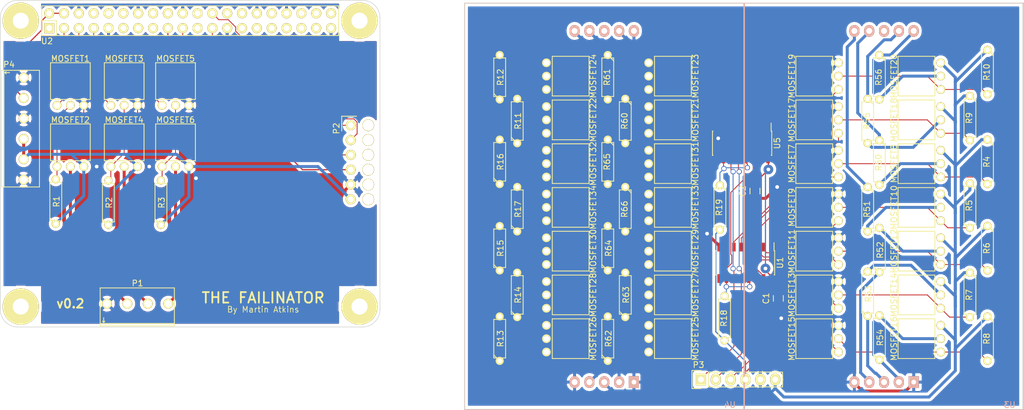
<source format=kicad_pcb>
(kicad_pcb (version 4) (host pcbnew 0.201512311516+6410~40~ubuntu15.04.1-stable)
  (title_block (rev v0.2))
  (layers (0 F.Cu mixed) (31 B.Cu mixed) (34 B.Paste user) (35 F.Paste user) (36 B.SilkS user) (37 F.SilkS user) (38 B.Mask user) (39 F.Mask user) (44 Edge.Cuts user))
  (net 0 "")
  (net 1 GND)
  (net 2 +5V)
  (net 3 "Net-(MOSFET1-Pad2)")
  (net 4 +24V)
  (net 5 "Net-(MOSFET3-Pad2)")
  (net 6 "Net-(MOSFET5-Pad2)")
  (net 7 /MOSI)
  (net 8 /DISP_CS)
  (net 9 /SCLK)
  (net 10 +3V3)
  (net 11 "Net-(U2-Pad8)")
  (net 12 "Net-(U2-Pad10)")
  (net 13 "Net-(U2-Pad11)")
  (net 14 "Net-(U2-Pad12)")
  (net 15 "Net-(U2-Pad13)")
  (net 16 "Net-(U2-Pad15)")
  (net 17 "Net-(U2-Pad16)")
  (net 18 "Net-(U2-Pad18)")
  (net 19 "Net-(U2-Pad21)")
  (net 20 "Net-(U2-Pad26)")
  (net 21 "Net-(U2-Pad27)")
  (net 22 "Net-(U2-Pad28)")
  (net 23 "Net-(U2-Pad29)")
  (net 24 "Net-(U2-Pad31)")
  (net 25 "Net-(U2-Pad32)")
  (net 26 "Net-(U2-Pad33)")
  (net 27 "Net-(U2-Pad35)")
  (net 28 "Net-(U2-Pad36)")
  (net 29 "Net-(U2-Pad37)")
  (net 30 "Net-(U2-Pad38)")
  (net 31 "Net-(U2-Pad40)")
  (net 32 /RedDriver/EN)
  (net 33 /RedDriver/VOUT)
  (net 34 /AmberDriver/EN)
  (net 35 /AmberDriver/VOUT)
  (net 36 /GreenDriver/EN)
  (net 37 /GreenDriver/VOUT)
  (net 38 /DisplayDrivers/GND)
  (net 39 /D_+3V3)
  (net 40 /DisplayDrivers/A0_L)
  (net 41 "Net-(MOSFET7-Pad2)")
  (net 42 /DisplayDrivers/A0_P)
  (net 43 /DisplayDrivers/VIN)
  (net 44 /DisplayDrivers/B0_L)
  (net 45 "Net-(MOSFET10-Pad1)")
  (net 46 /DisplayDrivers/B0_P)
  (net 47 /DisplayDrivers/C0_L)
  (net 48 "Net-(MOSFET11-Pad2)")
  (net 49 /DisplayDrivers/C0_P)
  (net 50 /DisplayDrivers/D0_L)
  (net 51 "Net-(MOSFET13-Pad2)")
  (net 52 /DisplayDrivers/D0_P)
  (net 53 /DisplayDrivers/E0_L)
  (net 54 "Net-(MOSFET15-Pad2)")
  (net 55 /DisplayDrivers/E0_P)
  (net 56 /DisplayDrivers/F0_L)
  (net 57 "Net-(MOSFET17-Pad2)")
  (net 58 /DisplayDrivers/F0_P)
  (net 59 /DisplayDrivers/G0_L)
  (net 60 "Net-(MOSFET19-Pad2)")
  (net 61 /DisplayDrivers/G0_P)
  (net 62 /DisplayDrivers/A1_L)
  (net 63 "Net-(MOSFET21-Pad2)")
  (net 64 /DisplayDrivers/A1_P)
  (net 65 /DisplayDrivers/B1_L)
  (net 66 "Net-(MOSFET23-Pad2)")
  (net 67 /DisplayDrivers/B1_P)
  (net 68 /DisplayDrivers/C1_L)
  (net 69 "Net-(MOSFET25-Pad2)")
  (net 70 /DisplayDrivers/C1_P)
  (net 71 /DisplayDrivers/D1_L)
  (net 72 "Net-(MOSFET27-Pad2)")
  (net 73 /DisplayDrivers/D1_P)
  (net 74 /DisplayDrivers/E1_L)
  (net 75 "Net-(MOSFET29-Pad2)")
  (net 76 /DisplayDrivers/E1_P)
  (net 77 /DisplayDrivers/F1_L)
  (net 78 "Net-(MOSFET31-Pad2)")
  (net 79 /DisplayDrivers/F1_P)
  (net 80 /DisplayDrivers/G1_L)
  (net 81 "Net-(MOSFET33-Pad2)")
  (net 82 /DisplayDrivers/G1_P)
  (net 83 /D_SCLK)
  (net 84 /D_DISP_CS)
  (net 85 /D_MOSI)
  (net 86 "Net-(R18-Pad1)")
  (net 87 "Net-(R19-Pad1)")
  (net 88 "Net-(U1-Pad7)")
  (net 89 "Net-(U1-Pad9)")
  (net 90 "Net-(U2-Pad22)")
  (net 91 "Net-(U3-Pad8)")
  (net 92 "Net-(U4-Pad8)")
  (net 93 "Net-(U5-Pad7)")
  (net 94 "Net-(U5-Pad9)")
  (net 95 /DisplayDrivers/A0Driver/VOUT)
  (net 96 /DisplayDrivers/B0Driver/VOUT)
  (net 97 /DisplayDrivers/C0Driver/VOUT)
  (net 98 /DisplayDrivers/D0Driver/VOUT)
  (net 99 /DisplayDrivers/E0Driver/VOUT)
  (net 100 /DisplayDrivers/F0Driver/VOUT)
  (net 101 /DisplayDrivers/G0Driver/VOUT)
  (net 102 /DisplayDrivers/A1Driver/VOUT)
  (net 103 /DisplayDrivers/B1Driver/VOUT)
  (net 104 /DisplayDrivers/C1Driver/VOUT)
  (net 105 /DisplayDrivers/D1Driver/VOUT)
  (net 106 /DisplayDrivers/E1Driver/VOUT)
  (net 107 /DisplayDrivers/F1Driver/VOUT)
  (net 108 /DisplayDrivers/G1Driver/VOUT)
  (module Pin_Headers:Pin_Header_Straight_2x20 (layer F.Cu) (at 128 71.5)
    (fp_text reference U2 (at -24.5 3.5) (layer F.SilkS))
    (fp_text value RASPIPLUSHEADER hide)
    (pad 1 thru_hole rect (at -24.13 1.27) (size 1.7272 1.7272) (drill 1.016) (layers *.Cu *.Mask F.SilkS) (net 10 +3V3))
    (pad 2 thru_hole oval (at -24.13 -1.27) (size 1.7272 1.7272) (drill 1.016) (layers *.Cu *.Mask F.SilkS) (net 2 +5V))
    (pad 3 thru_hole oval (at -21.59 1.27) (size 1.7272 1.7272) (drill 1.016) (layers *.Cu *.Mask F.SilkS) (net 32 /RedDriver/EN))
    (pad 4 thru_hole oval (at -21.59 -1.27) (size 1.7272 1.7272) (drill 1.016) (layers *.Cu *.Mask F.SilkS) (net 2 +5V))
    (pad 5 thru_hole oval (at -19.05 1.27) (size 1.7272 1.7272) (drill 1.016) (layers *.Cu *.Mask F.SilkS) (net 34 /AmberDriver/EN))
    (pad 6 thru_hole oval (at -19.05 -1.27) (size 1.7272 1.7272) (drill 1.016) (layers *.Cu *.Mask F.SilkS) (net 1 GND))
    (pad 7 thru_hole oval (at -16.51 1.27) (size 1.7272 1.7272) (drill 1.016) (layers *.Cu *.Mask F.SilkS) (net 36 /GreenDriver/EN))
    (pad 8 thru_hole oval (at -16.51 -1.27) (size 1.7272 1.7272) (drill 1.016) (layers *.Cu *.Mask F.SilkS) (net 11 "Net-(U2-Pad8)"))
    (pad 9 thru_hole oval (at -13.97 1.27) (size 1.7272 1.7272) (drill 1.016) (layers *.Cu *.Mask F.SilkS) (net 1 GND))
    (pad 10 thru_hole oval (at -13.97 -1.27) (size 1.7272 1.7272) (drill 1.016) (layers *.Cu *.Mask F.SilkS) (net 12 "Net-(U2-Pad10)"))
    (pad 11 thru_hole oval (at -11.43 1.27) (size 1.7272 1.7272) (drill 1.016) (layers *.Cu *.Mask F.SilkS) (net 13 "Net-(U2-Pad11)"))
    (pad 12 thru_hole oval (at -11.43 -1.27) (size 1.7272 1.7272) (drill 1.016) (layers *.Cu *.Mask F.SilkS) (net 14 "Net-(U2-Pad12)"))
    (pad 13 thru_hole oval (at -8.89 1.27) (size 1.7272 1.7272) (drill 1.016) (layers *.Cu *.Mask F.SilkS) (net 15 "Net-(U2-Pad13)"))
    (pad 14 thru_hole oval (at -8.89 -1.27) (size 1.7272 1.7272) (drill 1.016) (layers *.Cu *.Mask F.SilkS) (net 1 GND))
    (pad 15 thru_hole oval (at -6.35 1.27) (size 1.7272 1.7272) (drill 1.016) (layers *.Cu *.Mask F.SilkS) (net 16 "Net-(U2-Pad15)"))
    (pad 16 thru_hole oval (at -6.35 -1.27) (size 1.7272 1.7272) (drill 1.016) (layers *.Cu *.Mask F.SilkS) (net 17 "Net-(U2-Pad16)"))
    (pad 17 thru_hole oval (at -3.81 1.27) (size 1.7272 1.7272) (drill 1.016) (layers *.Cu *.Mask F.SilkS) (net 10 +3V3))
    (pad 18 thru_hole oval (at -3.81 -1.27) (size 1.7272 1.7272) (drill 1.016) (layers *.Cu *.Mask F.SilkS) (net 18 "Net-(U2-Pad18)"))
    (pad 19 thru_hole oval (at -1.27 1.27) (size 1.7272 1.7272) (drill 1.016) (layers *.Cu *.Mask F.SilkS) (net 7 /MOSI))
    (pad 20 thru_hole oval (at -1.27 -1.27) (size 1.7272 1.7272) (drill 1.016) (layers *.Cu *.Mask F.SilkS) (net 1 GND))
    (pad 21 thru_hole oval (at 1.27 1.27) (size 1.7272 1.7272) (drill 1.016) (layers *.Cu *.Mask F.SilkS) (net 19 "Net-(U2-Pad21)"))
    (pad 22 thru_hole oval (at 1.27 -1.27) (size 1.7272 1.7272) (drill 1.016) (layers *.Cu *.Mask F.SilkS) (net 90 "Net-(U2-Pad22)"))
    (pad 23 thru_hole oval (at 3.81 1.27) (size 1.7272 1.7272) (drill 1.016) (layers *.Cu *.Mask F.SilkS) (net 9 /SCLK))
    (pad 24 thru_hole oval (at 3.81 -1.27) (size 1.7272 1.7272) (drill 1.016) (layers *.Cu *.Mask F.SilkS) (net 8 /DISP_CS))
    (pad 25 thru_hole oval (at 6.35 1.27) (size 1.7272 1.7272) (drill 1.016) (layers *.Cu *.Mask F.SilkS) (net 1 GND))
    (pad 26 thru_hole oval (at 6.35 -1.27) (size 1.7272 1.7272) (drill 1.016) (layers *.Cu *.Mask F.SilkS) (net 20 "Net-(U2-Pad26)"))
    (pad 27 thru_hole oval (at 8.89 1.27) (size 1.7272 1.7272) (drill 1.016) (layers *.Cu *.Mask F.SilkS) (net 21 "Net-(U2-Pad27)"))
    (pad 28 thru_hole oval (at 8.89 -1.27) (size 1.7272 1.7272) (drill 1.016) (layers *.Cu *.Mask F.SilkS) (net 22 "Net-(U2-Pad28)"))
    (pad 29 thru_hole oval (at 11.43 1.27) (size 1.7272 1.7272) (drill 1.016) (layers *.Cu *.Mask F.SilkS) (net 23 "Net-(U2-Pad29)"))
    (pad 30 thru_hole oval (at 11.43 -1.27) (size 1.7272 1.7272) (drill 1.016) (layers *.Cu *.Mask F.SilkS) (net 1 GND))
    (pad 31 thru_hole oval (at 13.97 1.27) (size 1.7272 1.7272) (drill 1.016) (layers *.Cu *.Mask F.SilkS) (net 24 "Net-(U2-Pad31)"))
    (pad 32 thru_hole oval (at 13.97 -1.27) (size 1.7272 1.7272) (drill 1.016) (layers *.Cu *.Mask F.SilkS) (net 25 "Net-(U2-Pad32)"))
    (pad 33 thru_hole oval (at 16.51 1.27) (size 1.7272 1.7272) (drill 1.016) (layers *.Cu *.Mask F.SilkS) (net 26 "Net-(U2-Pad33)"))
    (pad 34 thru_hole oval (at 16.51 -1.27) (size 1.7272 1.7272) (drill 1.016) (layers *.Cu *.Mask F.SilkS) (net 1 GND))
    (pad 35 thru_hole oval (at 19.05 1.27) (size 1.7272 1.7272) (drill 1.016) (layers *.Cu *.Mask F.SilkS) (net 27 "Net-(U2-Pad35)"))
    (pad 36 thru_hole oval (at 19.05 -1.27) (size 1.7272 1.7272) (drill 1.016) (layers *.Cu *.Mask F.SilkS) (net 28 "Net-(U2-Pad36)"))
    (pad 37 thru_hole oval (at 21.59 1.27) (size 1.7272 1.7272) (drill 1.016) (layers *.Cu *.Mask F.SilkS) (net 29 "Net-(U2-Pad37)"))
    (pad 38 thru_hole oval (at 21.59 -1.27) (size 1.7272 1.7272) (drill 1.016) (layers *.Cu *.Mask F.SilkS) (net 30 "Net-(U2-Pad38)"))
    (pad 39 thru_hole oval (at 24.13 1.27) (size 1.7272 1.7272) (drill 1.016) (layers *.Cu *.Mask F.SilkS) (net 1 GND))
    (pad 40 thru_hole oval (at 24.13 -1.27) (size 1.7272 1.7272) (drill 1.016) (layers *.Cu *.Mask F.SilkS) (net 31 "Net-(U2-Pad40)"))
  )
  (module failinator:TERM_4 (layer F.Cu) (at 119 120)
    (fp_text reference P1 (at 0 -3.5) (layer F.SilkS))
    (fp_text value CONN_01X04)
    (pad 1 thru_hole circle (at -5.25 0) (size 1.7 1.7) (drill 1.2) (layers *.Cu *.Mask F.SilkS) (net 1 GND))
    (pad 2 thru_hole circle (at -1.75 0) (size 1.7 1.7) (drill 1.2) (layers *.Cu *.Mask F.SilkS) (net 33 /RedDriver/VOUT))
    (pad 3 thru_hole circle (at 1.75 0) (size 1.7 1.7) (drill 1.2) (layers *.Cu *.Mask F.SilkS) (net 35 /AmberDriver/VOUT))
    (pad 4 thru_hole circle (at 5.25 0) (size 1.7 1.7) (drill 1.2) (layers *.Cu *.Mask F.SilkS) (net 37 /GreenDriver/VOUT))
  )
  (module Local:Mounting_Hole_2.75mm (layer F.Cu) (at 99 71.5)
    (fp_text reference Mounting_Hole_2.75mm hide)
    (fp_text value VAL** hide)
    (pad 1 thru_hole circle (at 0 0) (size 6.2 6.2) (drill 2.75) (layers *.Cu *.Mask F.SilkS))
  )
  (module Local:Mounting_Hole_2.75mm (layer F.Cu) (at 157 71.5)
    (fp_text reference Mounting_Hole_2.75mm hide)
    (fp_text value VAL** hide)
    (pad 1 thru_hole circle (at 0 0) (size 6.2 6.2) (drill 2.75) (layers *.Cu *.Mask F.SilkS))
  )
  (module Local:Mounting_Hole_2.75mm (layer F.Cu) (at 157 120.5)
    (fp_text reference Mounting_Hole_2.75mm hide)
    (fp_text value VAL** hide)
    (pad 1 thru_hole circle (at 0 0) (size 6.2 6.2) (drill 2.75) (layers *.Cu *.Mask F.SilkS))
  )
  (module Local:Mounting_Hole_2.75mm (layer F.Cu) (at 99 120.5)
    (fp_text reference Mounting_Hole_2.75mm hide)
    (fp_text value VAL** hide)
    (pad 1 thru_hole circle (at 0 0) (size 6.2 6.2) (drill 2.75) (layers *.Cu *.Mask F.SilkS))
  )
  (module failinator:TO-251AA (layer F.Cu) (at 107.5 86)
    (fp_text reference MOSFET1 (at 0 -8) (layer F.SilkS))
    (fp_text value FQU13N06L)
    (pad 1 thru_hole circle (at -2.29 0) (size 1.5 1.5) (drill 1) (layers *.Cu *.Mask F.SilkS) (net 32 /RedDriver/EN))
    (pad 2 thru_hole circle (at 0 0) (size 1.5 1.5) (drill 1) (layers *.Cu *.Mask F.SilkS) (net 3 "Net-(MOSFET1-Pad2)"))
    (pad 3 thru_hole circle (at 2.29 0) (size 1.5 1.5) (drill 1) (layers *.Cu *.Mask F.SilkS) (net 1 GND))
  )
  (module failinator:TO-251AA (layer F.Cu) (at 107.5 96.5)
    (fp_text reference MOSFET2 (at 0 -8) (layer F.SilkS))
    (fp_text value FQU17P06)
    (pad 1 thru_hole circle (at -2.29 0) (size 1.5 1.5) (drill 1) (layers *.Cu *.Mask F.SilkS) (net 3 "Net-(MOSFET1-Pad2)"))
    (pad 2 thru_hole circle (at 0 0) (size 1.5 1.5) (drill 1) (layers *.Cu *.Mask F.SilkS) (net 33 /RedDriver/VOUT))
    (pad 3 thru_hole circle (at 2.29 0) (size 1.5 1.5) (drill 1) (layers *.Cu *.Mask F.SilkS) (net 4 +24V))
  )
  (module failinator:TO-251AA (layer F.Cu) (at 116.71 86)
    (fp_text reference MOSFET3 (at 0 -8) (layer F.SilkS))
    (fp_text value FQU13N06L)
    (pad 1 thru_hole circle (at -2.29 0) (size 1.5 1.5) (drill 1) (layers *.Cu *.Mask F.SilkS) (net 34 /AmberDriver/EN))
    (pad 2 thru_hole circle (at 0 0) (size 1.5 1.5) (drill 1) (layers *.Cu *.Mask F.SilkS) (net 5 "Net-(MOSFET3-Pad2)"))
    (pad 3 thru_hole circle (at 2.29 0) (size 1.5 1.5) (drill 1) (layers *.Cu *.Mask F.SilkS) (net 1 GND))
  )
  (module failinator:TO-251AA (layer F.Cu) (at 116.71 96.5)
    (fp_text reference MOSFET4 (at 0 -8) (layer F.SilkS))
    (fp_text value FQU17P06)
    (pad 1 thru_hole circle (at -2.29 0) (size 1.5 1.5) (drill 1) (layers *.Cu *.Mask F.SilkS) (net 5 "Net-(MOSFET3-Pad2)"))
    (pad 2 thru_hole circle (at 0 0) (size 1.5 1.5) (drill 1) (layers *.Cu *.Mask F.SilkS) (net 35 /AmberDriver/VOUT))
    (pad 3 thru_hole circle (at 2.29 0) (size 1.5 1.5) (drill 1) (layers *.Cu *.Mask F.SilkS) (net 4 +24V))
  )
  (module failinator:TO-251AA (layer F.Cu) (at 125.5 86)
    (fp_text reference MOSFET5 (at 0 -8) (layer F.SilkS))
    (fp_text value FQU13N06L)
    (pad 1 thru_hole circle (at -2.29 0) (size 1.5 1.5) (drill 1) (layers *.Cu *.Mask F.SilkS) (net 36 /GreenDriver/EN))
    (pad 2 thru_hole circle (at 0 0) (size 1.5 1.5) (drill 1) (layers *.Cu *.Mask F.SilkS) (net 6 "Net-(MOSFET5-Pad2)"))
    (pad 3 thru_hole circle (at 2.29 0) (size 1.5 1.5) (drill 1) (layers *.Cu *.Mask F.SilkS) (net 1 GND))
  )
  (module failinator:TO-251AA (layer F.Cu) (at 125.5 96.5)
    (fp_text reference MOSFET6 (at 0 -8) (layer F.SilkS))
    (fp_text value FQU17P06)
    (pad 1 thru_hole circle (at -2.29 0) (size 1.5 1.5) (drill 1) (layers *.Cu *.Mask F.SilkS) (net 6 "Net-(MOSFET5-Pad2)"))
    (pad 2 thru_hole circle (at 0 0) (size 1.5 1.5) (drill 1) (layers *.Cu *.Mask F.SilkS) (net 37 /GreenDriver/VOUT))
    (pad 3 thru_hole circle (at 2.29 0) (size 1.5 1.5) (drill 1) (layers *.Cu *.Mask F.SilkS) (net 4 +24V))
  )
  (module failinator:TERM_6 (layer F.Cu) (at 99.5 90 270)
    (fp_text reference P4 (at -11 2.5 360) (layer F.SilkS))
    (fp_text value CONN_01X06)
    (pad 1 thru_hole circle (at -8.75 0 270) (size 1.7 1.7) (drill 1.2) (layers *.Cu *.Mask F.SilkS) (net 1 GND))
    (pad 2 thru_hole circle (at -5.25 0 270) (size 1.7 1.7) (drill 1.2) (layers *.Cu *.Mask F.SilkS) (net 2 +5V))
    (pad 3 thru_hole circle (at -1.75 0 270) (size 1.7 1.7) (drill 1.2) (layers *.Cu *.Mask F.SilkS) (net 1 GND))
    (pad 4 thru_hole circle (at 1.75 0 270) (size 1.7 1.7) (drill 1.2) (layers *.Cu *.Mask F.SilkS) (net 4 +24V))
    (pad 5 thru_hole circle (at 5.25 0 270) (size 1.7 1.7) (drill 1.2) (layers *.Cu *.Mask F.SilkS) (net 4 +24V))
    (pad 6 thru_hole circle (at 8.75 0 270) (size 1.7 1.7) (drill 1.2) (layers *.Cu *.Mask F.SilkS) (net 1 GND))
  )
  (module Discret:R3 (layer F.Cu) (at 105 102.5 90)
    (fp_text reference R1 (at 0 0.127 90) (layer F.SilkS))
    (fp_text value 10k)
    (pad 1 thru_hole circle (at -3.81 0 90) (size 1.397 1.397) (drill 0.8128) (layers *.Cu *.Mask F.SilkS) (net 4 +24V))
    (pad 2 thru_hole circle (at 3.81 0 90) (size 1.397 1.397) (drill 0.8128) (layers *.Cu *.Mask F.SilkS) (net 3 "Net-(MOSFET1-Pad2)"))
  )
  (module Discret:R3 (layer F.Cu) (at 114 102.69 90)
    (fp_text reference R2 (at 0 0.127 90) (layer F.SilkS))
    (fp_text value 10k)
    (pad 1 thru_hole circle (at -3.81 0 90) (size 1.397 1.397) (drill 0.8128) (layers *.Cu *.Mask F.SilkS) (net 4 +24V))
    (pad 2 thru_hole circle (at 3.81 0 90) (size 1.397 1.397) (drill 0.8128) (layers *.Cu *.Mask F.SilkS) (net 5 "Net-(MOSFET3-Pad2)"))
  )
  (module Discret:R3 (layer F.Cu) (at 123 102.69 90)
    (fp_text reference R3 (at 0 0.127 90) (layer F.SilkS))
    (fp_text value 10k)
    (pad 1 thru_hole circle (at -3.81 0 90) (size 1.397 1.397) (drill 0.8128) (layers *.Cu *.Mask F.SilkS) (net 4 +24V))
    (pad 2 thru_hole circle (at 3.81 0 90) (size 1.397 1.397) (drill 0.8128) (layers *.Cu *.Mask F.SilkS) (net 6 "Net-(MOSFET5-Pad2)"))
  )
  (module Capacitors_SMD:C_0805_HandSoldering (layer F.Cu) (at 228.7 119.1 90)
    (fp_text reference C1 (at 0 -2.1 90) (layer F.SilkS))
    (fp_text value C_Small)
    (pad 1 smd rect (at -1.25 0 90) (size 1.5 1.25) (layers F.Cu F.Paste F.Mask) (net 38 /DisplayDrivers/GND))
    (pad 2 smd rect (at 1.25 0 90) (size 1.5 1.25) (layers F.Cu F.Paste F.Mask) (net 39 /D_+3V3))
  )
  (module Capacitors_SMD:C_0805_HandSoldering (layer F.Cu) (at 224.7 100.7 90)
    (fp_text reference C2 (at 0 -2.1 90) (layer F.SilkS))
    (fp_text value C_Small)
    (pad 1 smd rect (at -1.25 0 90) (size 1.5 1.25) (layers F.Cu F.Paste F.Mask) (net 38 /DisplayDrivers/GND))
    (pad 2 smd rect (at 1.25 0 90) (size 1.5 1.25) (layers F.Cu F.Paste F.Mask) (net 39 /D_+3V3))
  )
  (module failinator:TO-251AA (layer F.Cu) (at 239 96 90)
    (fp_text reference MOSFET7 (at 0 -8 90) (layer F.SilkS))
    (fp_text value FQU13N06L)
    (pad 1 thru_hole circle (at -2.29 0 90) (size 1.5 1.5) (drill 1) (layers *.Cu *.Mask F.SilkS) (net 40 /DisplayDrivers/A0_L))
    (pad 2 thru_hole circle (at 0 0 90) (size 1.5 1.5) (drill 1) (layers *.Cu *.Mask F.SilkS) (net 41 "Net-(MOSFET7-Pad2)"))
    (pad 3 thru_hole circle (at 2.29 0 90) (size 1.5 1.5) (drill 1) (layers *.Cu *.Mask F.SilkS) (net 38 /DisplayDrivers/GND))
  )
  (module failinator:TO-251AA (layer F.Cu) (at 256.5 96 90)
    (fp_text reference MOSFET8 (at 0 -8 90) (layer F.SilkS))
    (fp_text value FQU17P06)
    (pad 1 thru_hole circle (at -2.29 0 90) (size 1.5 1.5) (drill 1) (layers *.Cu *.Mask F.SilkS) (net 41 "Net-(MOSFET7-Pad2)"))
    (pad 2 thru_hole circle (at 0 0 90) (size 1.5 1.5) (drill 1) (layers *.Cu *.Mask F.SilkS) (net 95 /DisplayDrivers/A0Driver/VOUT))
    (pad 3 thru_hole circle (at 2.29 0 90) (size 1.5 1.5) (drill 1) (layers *.Cu *.Mask F.SilkS) (net 43 /DisplayDrivers/VIN))
  )
  (module failinator:TO-251AA (layer F.Cu) (at 239 103.5 90)
    (fp_text reference MOSFET9 (at 0 -8 90) (layer F.SilkS))
    (fp_text value FQU13N06L)
    (pad 1 thru_hole circle (at -2.29 0 90) (size 1.5 1.5) (drill 1) (layers *.Cu *.Mask F.SilkS) (net 44 /DisplayDrivers/B0_L))
    (pad 2 thru_hole circle (at 0 0 90) (size 1.5 1.5) (drill 1) (layers *.Cu *.Mask F.SilkS) (net 45 "Net-(MOSFET10-Pad1)"))
    (pad 3 thru_hole circle (at 2.29 0 90) (size 1.5 1.5) (drill 1) (layers *.Cu *.Mask F.SilkS) (net 38 /DisplayDrivers/GND))
  )
  (module failinator:TO-251AA (layer F.Cu) (at 256.5 103.5 90)
    (fp_text reference MOSFET10 (at 0 -8 90) (layer F.SilkS))
    (fp_text value FQU17P06)
    (pad 1 thru_hole circle (at -2.29 0 90) (size 1.5 1.5) (drill 1) (layers *.Cu *.Mask F.SilkS) (net 45 "Net-(MOSFET10-Pad1)"))
    (pad 2 thru_hole circle (at 0 0 90) (size 1.5 1.5) (drill 1) (layers *.Cu *.Mask F.SilkS) (net 96 /DisplayDrivers/B0Driver/VOUT))
    (pad 3 thru_hole circle (at 2.29 0 90) (size 1.5 1.5) (drill 1) (layers *.Cu *.Mask F.SilkS) (net 43 /DisplayDrivers/VIN))
  )
  (module failinator:TO-251AA (layer F.Cu) (at 239 111 90)
    (fp_text reference MOSFET11 (at 0 -8 90) (layer F.SilkS))
    (fp_text value FQU13N06L)
    (pad 1 thru_hole circle (at -2.29 0 90) (size 1.5 1.5) (drill 1) (layers *.Cu *.Mask F.SilkS) (net 47 /DisplayDrivers/C0_L))
    (pad 2 thru_hole circle (at 0 0 90) (size 1.5 1.5) (drill 1) (layers *.Cu *.Mask F.SilkS) (net 48 "Net-(MOSFET11-Pad2)"))
    (pad 3 thru_hole circle (at 2.29 0 90) (size 1.5 1.5) (drill 1) (layers *.Cu *.Mask F.SilkS) (net 38 /DisplayDrivers/GND))
  )
  (module failinator:TO-251AA (layer F.Cu) (at 256.5 111 90)
    (fp_text reference MOSFET12 (at 0 -8 90) (layer F.SilkS))
    (fp_text value FQU17P06)
    (pad 1 thru_hole circle (at -2.29 0 90) (size 1.5 1.5) (drill 1) (layers *.Cu *.Mask F.SilkS) (net 48 "Net-(MOSFET11-Pad2)"))
    (pad 2 thru_hole circle (at 0 0 90) (size 1.5 1.5) (drill 1) (layers *.Cu *.Mask F.SilkS) (net 97 /DisplayDrivers/C0Driver/VOUT))
    (pad 3 thru_hole circle (at 2.29 0 90) (size 1.5 1.5) (drill 1) (layers *.Cu *.Mask F.SilkS) (net 43 /DisplayDrivers/VIN))
  )
  (module failinator:TO-251AA (layer F.Cu) (at 239 118.5 90)
    (fp_text reference MOSFET13 (at 0 -8 90) (layer F.SilkS))
    (fp_text value FQU13N06L)
    (pad 1 thru_hole circle (at -2.29 0 90) (size 1.5 1.5) (drill 1) (layers *.Cu *.Mask F.SilkS) (net 50 /DisplayDrivers/D0_L))
    (pad 2 thru_hole circle (at 0 0 90) (size 1.5 1.5) (drill 1) (layers *.Cu *.Mask F.SilkS) (net 51 "Net-(MOSFET13-Pad2)"))
    (pad 3 thru_hole circle (at 2.29 0 90) (size 1.5 1.5) (drill 1) (layers *.Cu *.Mask F.SilkS) (net 38 /DisplayDrivers/GND))
  )
  (module failinator:TO-251AA (layer F.Cu) (at 256.5 118.5 90)
    (fp_text reference MOSFET14 (at 0 -8 90) (layer F.SilkS))
    (fp_text value FQU17P06)
    (pad 1 thru_hole circle (at -2.29 0 90) (size 1.5 1.5) (drill 1) (layers *.Cu *.Mask F.SilkS) (net 51 "Net-(MOSFET13-Pad2)"))
    (pad 2 thru_hole circle (at 0 0 90) (size 1.5 1.5) (drill 1) (layers *.Cu *.Mask F.SilkS) (net 98 /DisplayDrivers/D0Driver/VOUT))
    (pad 3 thru_hole circle (at 2.29 0 90) (size 1.5 1.5) (drill 1) (layers *.Cu *.Mask F.SilkS) (net 43 /DisplayDrivers/VIN))
  )
  (module failinator:TO-251AA (layer F.Cu) (at 239 126 90)
    (fp_text reference MOSFET15 (at 0 -8 90) (layer F.SilkS))
    (fp_text value FQU13N06L)
    (pad 1 thru_hole circle (at -2.29 0 90) (size 1.5 1.5) (drill 1) (layers *.Cu *.Mask F.SilkS) (net 53 /DisplayDrivers/E0_L))
    (pad 2 thru_hole circle (at 0 0 90) (size 1.5 1.5) (drill 1) (layers *.Cu *.Mask F.SilkS) (net 54 "Net-(MOSFET15-Pad2)"))
    (pad 3 thru_hole circle (at 2.29 0 90) (size 1.5 1.5) (drill 1) (layers *.Cu *.Mask F.SilkS) (net 38 /DisplayDrivers/GND))
  )
  (module failinator:TO-251AA (layer F.Cu) (at 256.5 126 90)
    (fp_text reference MOSFET16 (at 0 -8 90) (layer F.SilkS))
    (fp_text value FQU17P06)
    (pad 1 thru_hole circle (at -2.29 0 90) (size 1.5 1.5) (drill 1) (layers *.Cu *.Mask F.SilkS) (net 54 "Net-(MOSFET15-Pad2)"))
    (pad 2 thru_hole circle (at 0 0 90) (size 1.5 1.5) (drill 1) (layers *.Cu *.Mask F.SilkS) (net 99 /DisplayDrivers/E0Driver/VOUT))
    (pad 3 thru_hole circle (at 2.29 0 90) (size 1.5 1.5) (drill 1) (layers *.Cu *.Mask F.SilkS) (net 43 /DisplayDrivers/VIN))
  )
  (module failinator:TO-251AA (layer F.Cu) (at 239 88.5 90)
    (fp_text reference MOSFET17 (at 0 -8 90) (layer F.SilkS))
    (fp_text value FQU13N06L)
    (pad 1 thru_hole circle (at -2.29 0 90) (size 1.5 1.5) (drill 1) (layers *.Cu *.Mask F.SilkS) (net 56 /DisplayDrivers/F0_L))
    (pad 2 thru_hole circle (at 0 0 90) (size 1.5 1.5) (drill 1) (layers *.Cu *.Mask F.SilkS) (net 57 "Net-(MOSFET17-Pad2)"))
    (pad 3 thru_hole circle (at 2.29 0 90) (size 1.5 1.5) (drill 1) (layers *.Cu *.Mask F.SilkS) (net 38 /DisplayDrivers/GND))
  )
  (module failinator:TO-251AA (layer F.Cu) (at 256.5 88.5 90)
    (fp_text reference MOSFET18 (at 0 -8 90) (layer F.SilkS))
    (fp_text value FQU17P06)
    (pad 1 thru_hole circle (at -2.29 0 90) (size 1.5 1.5) (drill 1) (layers *.Cu *.Mask F.SilkS) (net 57 "Net-(MOSFET17-Pad2)"))
    (pad 2 thru_hole circle (at 0 0 90) (size 1.5 1.5) (drill 1) (layers *.Cu *.Mask F.SilkS) (net 100 /DisplayDrivers/F0Driver/VOUT))
    (pad 3 thru_hole circle (at 2.29 0 90) (size 1.5 1.5) (drill 1) (layers *.Cu *.Mask F.SilkS) (net 43 /DisplayDrivers/VIN))
  )
  (module failinator:TO-251AA (layer F.Cu) (at 239 81 90)
    (fp_text reference MOSFET19 (at 0 -8 90) (layer F.SilkS))
    (fp_text value FQU13N06L)
    (pad 1 thru_hole circle (at -2.29 0 90) (size 1.5 1.5) (drill 1) (layers *.Cu *.Mask F.SilkS) (net 59 /DisplayDrivers/G0_L))
    (pad 2 thru_hole circle (at 0 0 90) (size 1.5 1.5) (drill 1) (layers *.Cu *.Mask F.SilkS) (net 60 "Net-(MOSFET19-Pad2)"))
    (pad 3 thru_hole circle (at 2.29 0 90) (size 1.5 1.5) (drill 1) (layers *.Cu *.Mask F.SilkS) (net 38 /DisplayDrivers/GND))
  )
  (module failinator:TO-251AA (layer F.Cu) (at 256.5 81 90)
    (fp_text reference MOSFET20 (at 0 -8 90) (layer F.SilkS))
    (fp_text value FQU17P06)
    (pad 1 thru_hole circle (at -2.29 0 90) (size 1.5 1.5) (drill 1) (layers *.Cu *.Mask F.SilkS) (net 60 "Net-(MOSFET19-Pad2)"))
    (pad 2 thru_hole circle (at 0 0 90) (size 1.5 1.5) (drill 1) (layers *.Cu *.Mask F.SilkS) (net 101 /DisplayDrivers/G0Driver/VOUT))
    (pad 3 thru_hole circle (at 2.29 0 90) (size 1.5 1.5) (drill 1) (layers *.Cu *.Mask F.SilkS) (net 43 /DisplayDrivers/VIN))
  )
  (module failinator:TO-251AA (layer F.Cu) (at 206.5 88.5 270)
    (fp_text reference MOSFET21 (at 0 -8 270) (layer F.SilkS))
    (fp_text value FQU13N06L)
    (pad 1 thru_hole circle (at -2.29 0 270) (size 1.5 1.5) (drill 1) (layers *.Cu *.Mask F.SilkS) (net 62 /DisplayDrivers/A1_L))
    (pad 2 thru_hole circle (at 0 0 270) (size 1.5 1.5) (drill 1) (layers *.Cu *.Mask F.SilkS) (net 63 "Net-(MOSFET21-Pad2)"))
    (pad 3 thru_hole circle (at 2.29 0 270) (size 1.5 1.5) (drill 1) (layers *.Cu *.Mask F.SilkS) (net 38 /DisplayDrivers/GND))
  )
  (module failinator:TO-251AA (layer F.Cu) (at 189 88.5 270)
    (fp_text reference MOSFET22 (at 0 -8 270) (layer F.SilkS))
    (fp_text value FQU17P06)
    (pad 1 thru_hole circle (at -2.29 0 270) (size 1.5 1.5) (drill 1) (layers *.Cu *.Mask F.SilkS) (net 63 "Net-(MOSFET21-Pad2)"))
    (pad 2 thru_hole circle (at 0 0 270) (size 1.5 1.5) (drill 1) (layers *.Cu *.Mask F.SilkS) (net 102 /DisplayDrivers/A1Driver/VOUT))
    (pad 3 thru_hole circle (at 2.29 0 270) (size 1.5 1.5) (drill 1) (layers *.Cu *.Mask F.SilkS) (net 43 /DisplayDrivers/VIN))
  )
  (module failinator:TO-251AA (layer F.Cu) (at 206.5 81 270)
    (fp_text reference MOSFET23 (at 0 -8 270) (layer F.SilkS))
    (fp_text value FQU13N06L)
    (pad 1 thru_hole circle (at -2.29 0 270) (size 1.5 1.5) (drill 1) (layers *.Cu *.Mask F.SilkS) (net 65 /DisplayDrivers/B1_L))
    (pad 2 thru_hole circle (at 0 0 270) (size 1.5 1.5) (drill 1) (layers *.Cu *.Mask F.SilkS) (net 66 "Net-(MOSFET23-Pad2)"))
    (pad 3 thru_hole circle (at 2.29 0 270) (size 1.5 1.5) (drill 1) (layers *.Cu *.Mask F.SilkS) (net 38 /DisplayDrivers/GND))
  )
  (module failinator:TO-251AA (layer F.Cu) (at 189 81 270)
    (fp_text reference MOSFET24 (at 0 -8 270) (layer F.SilkS))
    (fp_text value FQU17P06)
    (pad 1 thru_hole circle (at -2.29 0 270) (size 1.5 1.5) (drill 1) (layers *.Cu *.Mask F.SilkS) (net 66 "Net-(MOSFET23-Pad2)"))
    (pad 2 thru_hole circle (at 0 0 270) (size 1.5 1.5) (drill 1) (layers *.Cu *.Mask F.SilkS) (net 103 /DisplayDrivers/B1Driver/VOUT))
    (pad 3 thru_hole circle (at 2.29 0 270) (size 1.5 1.5) (drill 1) (layers *.Cu *.Mask F.SilkS) (net 43 /DisplayDrivers/VIN))
  )
  (module failinator:TO-251AA (layer F.Cu) (at 206.5 126 270)
    (fp_text reference MOSFET25 (at 0 -8 270) (layer F.SilkS))
    (fp_text value FQU13N06L)
    (pad 1 thru_hole circle (at -2.29 0 270) (size 1.5 1.5) (drill 1) (layers *.Cu *.Mask F.SilkS) (net 68 /DisplayDrivers/C1_L))
    (pad 2 thru_hole circle (at 0 0 270) (size 1.5 1.5) (drill 1) (layers *.Cu *.Mask F.SilkS) (net 69 "Net-(MOSFET25-Pad2)"))
    (pad 3 thru_hole circle (at 2.29 0 270) (size 1.5 1.5) (drill 1) (layers *.Cu *.Mask F.SilkS) (net 38 /DisplayDrivers/GND))
  )
  (module failinator:TO-251AA (layer F.Cu) (at 189 126 270)
    (fp_text reference MOSFET26 (at 0 -8 270) (layer F.SilkS))
    (fp_text value FQU17P06)
    (pad 1 thru_hole circle (at -2.29 0 270) (size 1.5 1.5) (drill 1) (layers *.Cu *.Mask F.SilkS) (net 69 "Net-(MOSFET25-Pad2)"))
    (pad 2 thru_hole circle (at 0 0 270) (size 1.5 1.5) (drill 1) (layers *.Cu *.Mask F.SilkS) (net 104 /DisplayDrivers/C1Driver/VOUT))
    (pad 3 thru_hole circle (at 2.29 0 270) (size 1.5 1.5) (drill 1) (layers *.Cu *.Mask F.SilkS) (net 43 /DisplayDrivers/VIN))
  )
  (module failinator:TO-251AA (layer F.Cu) (at 206.5 118.5 270)
    (fp_text reference MOSFET27 (at 0 -8 270) (layer F.SilkS))
    (fp_text value FQU13N06L)
    (pad 1 thru_hole circle (at -2.29 0 270) (size 1.5 1.5) (drill 1) (layers *.Cu *.Mask F.SilkS) (net 71 /DisplayDrivers/D1_L))
    (pad 2 thru_hole circle (at 0 0 270) (size 1.5 1.5) (drill 1) (layers *.Cu *.Mask F.SilkS) (net 72 "Net-(MOSFET27-Pad2)"))
    (pad 3 thru_hole circle (at 2.29 0 270) (size 1.5 1.5) (drill 1) (layers *.Cu *.Mask F.SilkS) (net 38 /DisplayDrivers/GND))
  )
  (module failinator:TO-251AA (layer F.Cu) (at 189 118.5 270)
    (fp_text reference MOSFET28 (at 0 -8 270) (layer F.SilkS))
    (fp_text value FQU17P06)
    (pad 1 thru_hole circle (at -2.29 0 270) (size 1.5 1.5) (drill 1) (layers *.Cu *.Mask F.SilkS) (net 72 "Net-(MOSFET27-Pad2)"))
    (pad 2 thru_hole circle (at 0 0 270) (size 1.5 1.5) (drill 1) (layers *.Cu *.Mask F.SilkS) (net 105 /DisplayDrivers/D1Driver/VOUT))
    (pad 3 thru_hole circle (at 2.29 0 270) (size 1.5 1.5) (drill 1) (layers *.Cu *.Mask F.SilkS) (net 43 /DisplayDrivers/VIN))
  )
  (module failinator:TO-251AA (layer F.Cu) (at 206.5 111 270)
    (fp_text reference MOSFET29 (at 0 -8 270) (layer F.SilkS))
    (fp_text value FQU13N06L)
    (pad 1 thru_hole circle (at -2.29 0 270) (size 1.5 1.5) (drill 1) (layers *.Cu *.Mask F.SilkS) (net 74 /DisplayDrivers/E1_L))
    (pad 2 thru_hole circle (at 0 0 270) (size 1.5 1.5) (drill 1) (layers *.Cu *.Mask F.SilkS) (net 75 "Net-(MOSFET29-Pad2)"))
    (pad 3 thru_hole circle (at 2.29 0 270) (size 1.5 1.5) (drill 1) (layers *.Cu *.Mask F.SilkS) (net 38 /DisplayDrivers/GND))
  )
  (module failinator:TO-251AA (layer F.Cu) (at 189 111 270)
    (fp_text reference MOSFET30 (at 0 -8 270) (layer F.SilkS))
    (fp_text value FQU17P06)
    (pad 1 thru_hole circle (at -2.29 0 270) (size 1.5 1.5) (drill 1) (layers *.Cu *.Mask F.SilkS) (net 75 "Net-(MOSFET29-Pad2)"))
    (pad 2 thru_hole circle (at 0 0 270) (size 1.5 1.5) (drill 1) (layers *.Cu *.Mask F.SilkS) (net 106 /DisplayDrivers/E1Driver/VOUT))
    (pad 3 thru_hole circle (at 2.29 0 270) (size 1.5 1.5) (drill 1) (layers *.Cu *.Mask F.SilkS) (net 43 /DisplayDrivers/VIN))
  )
  (module failinator:TO-251AA (layer F.Cu) (at 206.5 96 270)
    (fp_text reference MOSFET31 (at 0 -8 270) (layer F.SilkS))
    (fp_text value FQU13N06L)
    (pad 1 thru_hole circle (at -2.29 0 270) (size 1.5 1.5) (drill 1) (layers *.Cu *.Mask F.SilkS) (net 77 /DisplayDrivers/F1_L))
    (pad 2 thru_hole circle (at 0 0 270) (size 1.5 1.5) (drill 1) (layers *.Cu *.Mask F.SilkS) (net 78 "Net-(MOSFET31-Pad2)"))
    (pad 3 thru_hole circle (at 2.29 0 270) (size 1.5 1.5) (drill 1) (layers *.Cu *.Mask F.SilkS) (net 38 /DisplayDrivers/GND))
  )
  (module failinator:TO-251AA (layer F.Cu) (at 189 96 270)
    (fp_text reference MOSFET32 (at 0 -8 270) (layer F.SilkS))
    (fp_text value FQU17P06)
    (pad 1 thru_hole circle (at -2.29 0 270) (size 1.5 1.5) (drill 1) (layers *.Cu *.Mask F.SilkS) (net 78 "Net-(MOSFET31-Pad2)"))
    (pad 2 thru_hole circle (at 0 0 270) (size 1.5 1.5) (drill 1) (layers *.Cu *.Mask F.SilkS) (net 107 /DisplayDrivers/F1Driver/VOUT))
    (pad 3 thru_hole circle (at 2.29 0 270) (size 1.5 1.5) (drill 1) (layers *.Cu *.Mask F.SilkS) (net 43 /DisplayDrivers/VIN))
  )
  (module failinator:TO-251AA (layer F.Cu) (at 206.5 103.5 270)
    (fp_text reference MOSFET33 (at 0 -8 270) (layer F.SilkS))
    (fp_text value FQU13N06L)
    (pad 1 thru_hole circle (at -2.29 0 270) (size 1.5 1.5) (drill 1) (layers *.Cu *.Mask F.SilkS) (net 80 /DisplayDrivers/G1_L))
    (pad 2 thru_hole circle (at 0 0 270) (size 1.5 1.5) (drill 1) (layers *.Cu *.Mask F.SilkS) (net 81 "Net-(MOSFET33-Pad2)"))
    (pad 3 thru_hole circle (at 2.29 0 270) (size 1.5 1.5) (drill 1) (layers *.Cu *.Mask F.SilkS) (net 38 /DisplayDrivers/GND))
  )
  (module failinator:TO-251AA (layer F.Cu) (at 189 103.5 270)
    (fp_text reference MOSFET34 (at 0 -8 270) (layer F.SilkS))
    (fp_text value FQU17P06)
    (pad 1 thru_hole circle (at -2.29 0 270) (size 1.5 1.5) (drill 1) (layers *.Cu *.Mask F.SilkS) (net 81 "Net-(MOSFET33-Pad2)"))
    (pad 2 thru_hole circle (at 0 0 270) (size 1.5 1.5) (drill 1) (layers *.Cu *.Mask F.SilkS) (net 108 /DisplayDrivers/G1Driver/VOUT))
    (pad 3 thru_hole circle (at 2.29 0 270) (size 1.5 1.5) (drill 1) (layers *.Cu *.Mask F.SilkS) (net 43 /DisplayDrivers/VIN))
  )
  (module failinator:Wire_Conn_6pin_StrainReliefRight (layer F.Cu) (at 155.5 89.42)
    (fp_text reference P2 (at -2.45 0.55 90) (layer F.SilkS))
    (fp_text value CONN_01X06)
    (pad 1 thru_hole circle (at 0 0) (size 1.7272 1.7272) (drill 1.016) (layers *.Cu *.Mask F.SilkS) (net 9 /SCLK))
    (pad 2 thru_hole circle (at 0 2.54) (size 1.7272 1.7272) (drill 1.016) (layers *.Cu *.Mask F.SilkS) (net 8 /DISP_CS))
    (pad 3 thru_hole circle (at 0 5.08) (size 1.7272 1.7272) (drill 1.016) (layers *.Cu *.Mask F.SilkS) (net 7 /MOSI))
    (pad 4 thru_hole circle (at 0 7.62) (size 1.7272 1.7272) (drill 1.016) (layers *.Cu *.Mask F.SilkS) (net 10 +3V3))
    (pad 5 thru_hole circle (at 0 10.16) (size 1.7272 1.7272) (drill 1.016) (layers *.Cu *.Mask F.SilkS) (net 1 GND))
    (pad 6 thru_hole circle (at 0 12.7) (size 1.7272 1.7272) (drill 1.016) (layers *.Cu *.Mask F.SilkS) (net 4 +24V))
    (pad 0 thru_hole circle (at 3 0) (size 2 2) (drill 1.8) (layers *.Cu *.Mask F.SilkS))
    (pad 0 thru_hole circle (at 3 2.54) (size 2 2) (drill 1.8) (layers *.Cu *.Mask F.SilkS))
    (pad 0 thru_hole circle (at 3 5.08) (size 2 2) (drill 1.8) (layers *.Cu *.Mask F.SilkS))
    (pad 0 thru_hole circle (at 3 7.62) (size 2 2) (drill 1.8) (layers *.Cu *.Mask F.SilkS))
    (pad 0 thru_hole circle (at 3 10.16) (size 2 2) (drill 1.8) (layers *.Cu *.Mask F.SilkS))
    (pad 0 thru_hole circle (at 3 12.7) (size 2 2) (drill 1.8) (layers *.Cu *.Mask F.SilkS))
  )
  (module Pin_Headers:Pin_Header_Straight_1x06 (layer F.Cu) (at 215.46 133 90)
    (fp_text reference P3 (at 2.5 -0.42 180) (layer F.SilkS))
    (fp_text value CONN_01X06)
    (pad 1 thru_hole rect (at 0 0 90) (size 2.032 1.7272) (drill 1.016) (layers *.Cu *.Mask F.SilkS) (net 83 /D_SCLK))
    (pad 2 thru_hole oval (at 0 2.54 90) (size 2.032 1.7272) (drill 1.016) (layers *.Cu *.Mask F.SilkS) (net 84 /D_DISP_CS))
    (pad 3 thru_hole oval (at 0 5.08 90) (size 2.032 1.7272) (drill 1.016) (layers *.Cu *.Mask F.SilkS) (net 85 /D_MOSI))
    (pad 4 thru_hole oval (at 0 7.62 90) (size 2.032 1.7272) (drill 1.016) (layers *.Cu *.Mask F.SilkS) (net 39 /D_+3V3))
    (pad 5 thru_hole oval (at 0 10.16 90) (size 2.032 1.7272) (drill 1.016) (layers *.Cu *.Mask F.SilkS) (net 38 /DisplayDrivers/GND))
    (pad 6 thru_hole oval (at 0 12.7 90) (size 2.032 1.7272) (drill 1.016) (layers *.Cu *.Mask F.SilkS) (net 43 /DisplayDrivers/VIN))
  )
  (module Discret:R3 (layer F.Cu) (at 264.5 95.69 270)
    (fp_text reference R4 (at 0 0.127 270) (layer F.SilkS))
    (fp_text value 10k)
    (pad 1 thru_hole circle (at -3.81 0 270) (size 1.397 1.397) (drill 0.8128) (layers *.Cu *.Mask F.SilkS) (net 43 /DisplayDrivers/VIN))
    (pad 2 thru_hole circle (at 3.81 0 270) (size 1.397 1.397) (drill 0.8128) (layers *.Cu *.Mask F.SilkS) (net 41 "Net-(MOSFET7-Pad2)"))
  )
  (module Discret:R3 (layer F.Cu) (at 261.5 103.19 270)
    (fp_text reference R5 (at 0 0.127 270) (layer F.SilkS))
    (fp_text value 10k)
    (pad 1 thru_hole circle (at -3.81 0 270) (size 1.397 1.397) (drill 0.8128) (layers *.Cu *.Mask F.SilkS) (net 43 /DisplayDrivers/VIN))
    (pad 2 thru_hole circle (at 3.81 0 270) (size 1.397 1.397) (drill 0.8128) (layers *.Cu *.Mask F.SilkS) (net 45 "Net-(MOSFET10-Pad1)"))
  )
  (module Discret:R3 (layer F.Cu) (at 264.5 110.5 270)
    (fp_text reference R6 (at 0 0.127 270) (layer F.SilkS))
    (fp_text value 10k)
    (pad 1 thru_hole circle (at -3.81 0 270) (size 1.397 1.397) (drill 0.8128) (layers *.Cu *.Mask F.SilkS) (net 43 /DisplayDrivers/VIN))
    (pad 2 thru_hole circle (at 3.81 0 270) (size 1.397 1.397) (drill 0.8128) (layers *.Cu *.Mask F.SilkS) (net 48 "Net-(MOSFET11-Pad2)"))
  )
  (module Discret:R3 (layer F.Cu) (at 261.5 118.5 270)
    (fp_text reference R7 (at 0 0.127 270) (layer F.SilkS))
    (fp_text value 10k)
    (pad 1 thru_hole circle (at -3.81 0 270) (size 1.397 1.397) (drill 0.8128) (layers *.Cu *.Mask F.SilkS) (net 43 /DisplayDrivers/VIN))
    (pad 2 thru_hole circle (at 3.81 0 270) (size 1.397 1.397) (drill 0.8128) (layers *.Cu *.Mask F.SilkS) (net 51 "Net-(MOSFET13-Pad2)"))
  )
  (module Discret:R3 (layer F.Cu) (at 264.5 126 270)
    (fp_text reference R8 (at 0 0.127 270) (layer F.SilkS))
    (fp_text value 10k)
    (pad 1 thru_hole circle (at -3.81 0 270) (size 1.397 1.397) (drill 0.8128) (layers *.Cu *.Mask F.SilkS) (net 43 /DisplayDrivers/VIN))
    (pad 2 thru_hole circle (at 3.81 0 270) (size 1.397 1.397) (drill 0.8128) (layers *.Cu *.Mask F.SilkS) (net 54 "Net-(MOSFET15-Pad2)"))
  )
  (module Discret:R3 (layer F.Cu) (at 261.5 88.19 270)
    (fp_text reference R9 (at 0 0.127 270) (layer F.SilkS))
    (fp_text value 10k)
    (pad 1 thru_hole circle (at -3.81 0 270) (size 1.397 1.397) (drill 0.8128) (layers *.Cu *.Mask F.SilkS) (net 43 /DisplayDrivers/VIN))
    (pad 2 thru_hole circle (at 3.81 0 270) (size 1.397 1.397) (drill 0.8128) (layers *.Cu *.Mask F.SilkS) (net 57 "Net-(MOSFET17-Pad2)"))
  )
  (module Discret:R3 (layer F.Cu) (at 264.5 80.31 270)
    (fp_text reference R10 (at 0 0.127 270) (layer F.SilkS))
    (fp_text value 10k)
    (pad 1 thru_hole circle (at -3.81 0 270) (size 1.397 1.397) (drill 0.8128) (layers *.Cu *.Mask F.SilkS) (net 43 /DisplayDrivers/VIN))
    (pad 2 thru_hole circle (at 3.81 0 270) (size 1.397 1.397) (drill 0.8128) (layers *.Cu *.Mask F.SilkS) (net 60 "Net-(MOSFET19-Pad2)"))
  )
  (module Discret:R3 (layer F.Cu) (at 184 88.69 90)
    (fp_text reference R11 (at 0 0.127 90) (layer F.SilkS))
    (fp_text value 10k)
    (pad 1 thru_hole circle (at -3.81 0 90) (size 1.397 1.397) (drill 0.8128) (layers *.Cu *.Mask F.SilkS) (net 43 /DisplayDrivers/VIN))
    (pad 2 thru_hole circle (at 3.81 0 90) (size 1.397 1.397) (drill 0.8128) (layers *.Cu *.Mask F.SilkS) (net 63 "Net-(MOSFET21-Pad2)"))
  )
  (module Discret:R3 (layer F.Cu) (at 181 81.19 90)
    (fp_text reference R12 (at 0 0.127 90) (layer F.SilkS))
    (fp_text value 10k)
    (pad 1 thru_hole circle (at -3.81 0 90) (size 1.397 1.397) (drill 0.8128) (layers *.Cu *.Mask F.SilkS) (net 43 /DisplayDrivers/VIN))
    (pad 2 thru_hole circle (at 3.81 0 90) (size 1.397 1.397) (drill 0.8128) (layers *.Cu *.Mask F.SilkS) (net 66 "Net-(MOSFET23-Pad2)"))
  )
  (module Discret:R3 (layer F.Cu) (at 181 126 90)
    (fp_text reference R13 (at 0 0.127 90) (layer F.SilkS))
    (fp_text value 10k)
    (pad 1 thru_hole circle (at -3.81 0 90) (size 1.397 1.397) (drill 0.8128) (layers *.Cu *.Mask F.SilkS) (net 43 /DisplayDrivers/VIN))
    (pad 2 thru_hole circle (at 3.81 0 90) (size 1.397 1.397) (drill 0.8128) (layers *.Cu *.Mask F.SilkS) (net 69 "Net-(MOSFET25-Pad2)"))
  )
  (module Discret:R3 (layer F.Cu) (at 184 118.5 90)
    (fp_text reference R14 (at 0 0.127 90) (layer F.SilkS))
    (fp_text value 10k)
    (pad 1 thru_hole circle (at -3.81 0 90) (size 1.397 1.397) (drill 0.8128) (layers *.Cu *.Mask F.SilkS) (net 43 /DisplayDrivers/VIN))
    (pad 2 thru_hole circle (at 3.81 0 90) (size 1.397 1.397) (drill 0.8128) (layers *.Cu *.Mask F.SilkS) (net 72 "Net-(MOSFET27-Pad2)"))
  )
  (module Discret:R3 (layer F.Cu) (at 181 110.5 90)
    (fp_text reference R15 (at 0 0.127 90) (layer F.SilkS))
    (fp_text value 10k)
    (pad 1 thru_hole circle (at -3.81 0 90) (size 1.397 1.397) (drill 0.8128) (layers *.Cu *.Mask F.SilkS) (net 43 /DisplayDrivers/VIN))
    (pad 2 thru_hole circle (at 3.81 0 90) (size 1.397 1.397) (drill 0.8128) (layers *.Cu *.Mask F.SilkS) (net 75 "Net-(MOSFET29-Pad2)"))
  )
  (module Discret:R3 (layer F.Cu) (at 181 95.69 90)
    (fp_text reference R16 (at 0 0.127 90) (layer F.SilkS))
    (fp_text value 10k)
    (pad 1 thru_hole circle (at -3.81 0 90) (size 1.397 1.397) (drill 0.8128) (layers *.Cu *.Mask F.SilkS) (net 43 /DisplayDrivers/VIN))
    (pad 2 thru_hole circle (at 3.81 0 90) (size 1.397 1.397) (drill 0.8128) (layers *.Cu *.Mask F.SilkS) (net 78 "Net-(MOSFET31-Pad2)"))
  )
  (module Discret:R3 (layer F.Cu) (at 184 103.81 90)
    (fp_text reference R17 (at 0 0.127 90) (layer F.SilkS))
    (fp_text value 10k)
    (pad 1 thru_hole circle (at -3.81 0 90) (size 1.397 1.397) (drill 0.8128) (layers *.Cu *.Mask F.SilkS) (net 43 /DisplayDrivers/VIN))
    (pad 2 thru_hole circle (at 3.81 0 90) (size 1.397 1.397) (drill 0.8128) (layers *.Cu *.Mask F.SilkS) (net 81 "Net-(MOSFET33-Pad2)"))
  )
  (module Housings_SOIC:SOIC-16_3.9x9.9mm_Pitch1.27mm (layer F.Cu) (at 223 113 270)
    (fp_text reference U1 (at 0 -6 270) (layer F.SilkS))
    (fp_text value 74HC594)
    (pad 1 smd rect (at -2.7 -4.445 270) (size 1.5 0.6) (layers F.Cu F.Paste F.Mask) (net 44 /DisplayDrivers/B0_L))
    (pad 2 smd rect (at -2.7 -3.175 270) (size 1.5 0.6) (layers F.Cu F.Paste F.Mask) (net 47 /DisplayDrivers/C0_L))
    (pad 3 smd rect (at -2.7 -1.905 270) (size 1.5 0.6) (layers F.Cu F.Paste F.Mask) (net 50 /DisplayDrivers/D0_L))
    (pad 4 smd rect (at -2.7 -0.635 270) (size 1.5 0.6) (layers F.Cu F.Paste F.Mask) (net 53 /DisplayDrivers/E0_L))
    (pad 5 smd rect (at -2.7 0.635 270) (size 1.5 0.6) (layers F.Cu F.Paste F.Mask) (net 56 /DisplayDrivers/F0_L))
    (pad 6 smd rect (at -2.7 1.905 270) (size 1.5 0.6) (layers F.Cu F.Paste F.Mask) (net 59 /DisplayDrivers/G0_L))
    (pad 7 smd rect (at -2.7 3.175 270) (size 1.5 0.6) (layers F.Cu F.Paste F.Mask) (net 88 "Net-(U1-Pad7)"))
    (pad 8 smd rect (at -2.7 4.445 270) (size 1.5 0.6) (layers F.Cu F.Paste F.Mask) (net 38 /DisplayDrivers/GND))
    (pad 9 smd rect (at 2.7 4.445 270) (size 1.5 0.6) (layers F.Cu F.Paste F.Mask) (net 89 "Net-(U1-Pad9)"))
    (pad 10 smd rect (at 2.7 3.175 270) (size 1.5 0.6) (layers F.Cu F.Paste F.Mask) (net 86 "Net-(R18-Pad1)"))
    (pad 11 smd rect (at 2.7 1.905 270) (size 1.5 0.6) (layers F.Cu F.Paste F.Mask) (net 83 /D_SCLK))
    (pad 12 smd rect (at 2.7 0.635 270) (size 1.5 0.6) (layers F.Cu F.Paste F.Mask) (net 84 /D_DISP_CS))
    (pad 13 smd rect (at 2.7 -0.635 270) (size 1.5 0.6) (layers F.Cu F.Paste F.Mask) (net 86 "Net-(R18-Pad1)"))
    (pad 14 smd rect (at 2.7 -1.905 270) (size 1.5 0.6) (layers F.Cu F.Paste F.Mask) (net 85 /D_MOSI))
    (pad 15 smd rect (at 2.7 -3.175 270) (size 1.5 0.6) (layers F.Cu F.Paste F.Mask) (net 40 /DisplayDrivers/A0_L))
    (pad 16 smd rect (at 2.7 -4.445 270) (size 1.5 0.6) (layers F.Cu F.Paste F.Mask) (net 39 /D_+3V3))
  )
  (module failinator:LDS-CD16RI (layer B.Cu) (at 246.8 103.35 180)
    (fp_text reference U3 (at -21.5 -34 180) (layer B.SilkS) (effects (justify mirror)))
    (fp_text value LDS-CD16RI)
    (pad 8 thru_hole oval (at 0 30.1 180) (size 1.7272 2.032) (drill 1.016) (layers *.Cu *.Mask B.SilkS) (net 91 "Net-(U3-Pad8)"))
    (pad 7 thru_hole oval (at 2.54 30.1 180) (size 1.7272 2.032) (drill 1.016) (layers *.Cu *.Mask B.SilkS) (net 42 /DisplayDrivers/A0_P))
    (pad 6 thru_hole oval (at 5.08 30.1 180) (size 1.7272 2.032) (drill 1.016) (layers *.Cu *.Mask B.SilkS) (net 46 /DisplayDrivers/B0_P))
    (pad 9 thru_hole oval (at -2.54 30.1 180) (size 1.7272 2.032) (drill 1.016) (layers *.Cu *.Mask B.SilkS) (net 58 /DisplayDrivers/F0_P))
    (pad 10 thru_hole oval (at -5.08 30.1 180) (size 1.7272 2.032) (drill 1.016) (layers *.Cu *.Mask B.SilkS) (net 61 /DisplayDrivers/G0_P))
    (pad 1 thru_hole rect (at -5.08 -30.1 180) (size 1.7272 2.032) (drill 0.8) (layers *.Cu *.Mask B.SilkS) (net 38 /DisplayDrivers/GND))
    (pad 5 thru_hole oval (at 5.08 -30.1 180) (size 1.7272 2.032) (drill 1.016) (layers *.Cu *.Mask B.SilkS) (net 38 /DisplayDrivers/GND))
    (pad 2 thru_hole oval (at -2.54 -30.1 180) (size 1.7272 2.032) (drill 1.016) (layers *.Cu *.Mask B.SilkS) (net 55 /DisplayDrivers/E0_P))
    (pad 3 thru_hole oval (at 0 -30.1 180) (size 1.7272 2.032) (drill 1.016) (layers *.Cu *.Mask B.SilkS) (net 52 /DisplayDrivers/D0_P))
    (pad 4 thru_hole oval (at 2.54 -30.1 180) (size 1.7272 2.032) (drill 1.016) (layers *.Cu *.Mask B.SilkS) (net 49 /DisplayDrivers/C0_P))
  )
  (module failinator:LDS-CD16RI (layer B.Cu) (at 198.9 103.35 180)
    (fp_text reference U4 (at -21.5 -34 180) (layer B.SilkS) (effects (justify mirror)))
    (fp_text value LDS-CD16RI)
    (pad 8 thru_hole oval (at 0 30.1 180) (size 1.7272 2.032) (drill 1.016) (layers *.Cu *.Mask B.SilkS) (net 92 "Net-(U4-Pad8)"))
    (pad 7 thru_hole oval (at 2.54 30.1 180) (size 1.7272 2.032) (drill 1.016) (layers *.Cu *.Mask B.SilkS) (net 64 /DisplayDrivers/A1_P))
    (pad 6 thru_hole oval (at 5.08 30.1 180) (size 1.7272 2.032) (drill 1.016) (layers *.Cu *.Mask B.SilkS) (net 67 /DisplayDrivers/B1_P))
    (pad 9 thru_hole oval (at -2.54 30.1 180) (size 1.7272 2.032) (drill 1.016) (layers *.Cu *.Mask B.SilkS) (net 79 /DisplayDrivers/F1_P))
    (pad 10 thru_hole oval (at -5.08 30.1 180) (size 1.7272 2.032) (drill 1.016) (layers *.Cu *.Mask B.SilkS) (net 82 /DisplayDrivers/G1_P))
    (pad 1 thru_hole rect (at -5.08 -30.1 180) (size 1.7272 2.032) (drill 0.8) (layers *.Cu *.Mask B.SilkS) (net 38 /DisplayDrivers/GND))
    (pad 5 thru_hole oval (at 5.08 -30.1 180) (size 1.7272 2.032) (drill 1.016) (layers *.Cu *.Mask B.SilkS) (net 38 /DisplayDrivers/GND))
    (pad 2 thru_hole oval (at -2.54 -30.1 180) (size 1.7272 2.032) (drill 1.016) (layers *.Cu *.Mask B.SilkS) (net 76 /DisplayDrivers/E1_P))
    (pad 3 thru_hole oval (at 0 -30.1 180) (size 1.7272 2.032) (drill 1.016) (layers *.Cu *.Mask B.SilkS) (net 73 /DisplayDrivers/D1_P))
    (pad 4 thru_hole oval (at 2.54 -30.1 180) (size 1.7272 2.032) (drill 1.016) (layers *.Cu *.Mask B.SilkS) (net 70 /DisplayDrivers/C1_P))
  )
  (module Housings_SOIC:SOIC-16_3.9x9.9mm_Pitch1.27mm (layer F.Cu) (at 222.5 92.5 270)
    (fp_text reference U5 (at 0 -6 270) (layer F.SilkS))
    (fp_text value 74HC594)
    (pad 1 smd rect (at -2.7 -4.445 270) (size 1.5 0.6) (layers F.Cu F.Paste F.Mask) (net 65 /DisplayDrivers/B1_L))
    (pad 2 smd rect (at -2.7 -3.175 270) (size 1.5 0.6) (layers F.Cu F.Paste F.Mask) (net 68 /DisplayDrivers/C1_L))
    (pad 3 smd rect (at -2.7 -1.905 270) (size 1.5 0.6) (layers F.Cu F.Paste F.Mask) (net 71 /DisplayDrivers/D1_L))
    (pad 4 smd rect (at -2.7 -0.635 270) (size 1.5 0.6) (layers F.Cu F.Paste F.Mask) (net 74 /DisplayDrivers/E1_L))
    (pad 5 smd rect (at -2.7 0.635 270) (size 1.5 0.6) (layers F.Cu F.Paste F.Mask) (net 77 /DisplayDrivers/F1_L))
    (pad 6 smd rect (at -2.7 1.905 270) (size 1.5 0.6) (layers F.Cu F.Paste F.Mask) (net 80 /DisplayDrivers/G1_L))
    (pad 7 smd rect (at -2.7 3.175 270) (size 1.5 0.6) (layers F.Cu F.Paste F.Mask) (net 93 "Net-(U5-Pad7)"))
    (pad 8 smd rect (at -2.7 4.445 270) (size 1.5 0.6) (layers F.Cu F.Paste F.Mask) (net 38 /DisplayDrivers/GND))
    (pad 9 smd rect (at 2.7 4.445 270) (size 1.5 0.6) (layers F.Cu F.Paste F.Mask) (net 94 "Net-(U5-Pad9)"))
    (pad 10 smd rect (at 2.7 3.175 270) (size 1.5 0.6) (layers F.Cu F.Paste F.Mask) (net 87 "Net-(R19-Pad1)"))
    (pad 11 smd rect (at 2.7 1.905 270) (size 1.5 0.6) (layers F.Cu F.Paste F.Mask) (net 83 /D_SCLK))
    (pad 12 smd rect (at 2.7 0.635 270) (size 1.5 0.6) (layers F.Cu F.Paste F.Mask) (net 84 /D_DISP_CS))
    (pad 13 smd rect (at 2.7 -0.635 270) (size 1.5 0.6) (layers F.Cu F.Paste F.Mask) (net 87 "Net-(R19-Pad1)"))
    (pad 14 smd rect (at 2.7 -1.905 270) (size 1.5 0.6) (layers F.Cu F.Paste F.Mask) (net 89 "Net-(U1-Pad9)"))
    (pad 15 smd rect (at 2.7 -3.175 270) (size 1.5 0.6) (layers F.Cu F.Paste F.Mask) (net 62 /DisplayDrivers/A1_L))
    (pad 16 smd rect (at 2.7 -4.445 270) (size 1.5 0.6) (layers F.Cu F.Paste F.Mask) (net 39 /D_+3V3))
  )
  (module Discret:R3 (layer F.Cu) (at 219.5 122.5 270)
    (fp_text reference R18 (at 0 0.127 270) (layer F.SilkS))
    (fp_text value 10k)
    (pad 1 thru_hole circle (at -3.81 0 270) (size 1.397 1.397) (drill 0.8128) (layers *.Cu *.Mask F.SilkS) (net 86 "Net-(R18-Pad1)"))
    (pad 2 thru_hole circle (at 3.81 0 270) (size 1.397 1.397) (drill 0.8128) (layers *.Cu *.Mask F.SilkS) (net 39 /D_+3V3))
  )
  (module Discret:R3 (layer F.Cu) (at 218.7 103.51 270)
    (fp_text reference R19 (at 0 0.127 270) (layer F.SilkS))
    (fp_text value 10k)
    (pad 1 thru_hole circle (at -3.81 0 270) (size 1.397 1.397) (drill 0.8128) (layers *.Cu *.Mask F.SilkS) (net 87 "Net-(R19-Pad1)"))
    (pad 2 thru_hole circle (at 3.81 0 270) (size 1.397 1.397) (drill 0.8128) (layers *.Cu *.Mask F.SilkS) (net 39 /D_+3V3))
  )
  (module Discret:R3 (layer F.Cu) (at 246 95.81 270)
    (fp_text reference R50 (at 0 0.127 270) (layer F.SilkS))
    (fp_text value 150)
    (pad 1 thru_hole circle (at -3.81 0 270) (size 1.397 1.397) (drill 0.8128) (layers *.Cu *.Mask F.SilkS) (net 42 /DisplayDrivers/A0_P))
    (pad 2 thru_hole circle (at 3.81 0 270) (size 1.397 1.397) (drill 0.8128) (layers *.Cu *.Mask F.SilkS) (net 95 /DisplayDrivers/A0Driver/VOUT))
  )
  (module Discret:R3 (layer F.Cu) (at 244 103.81 270)
    (fp_text reference R51 (at 0 0.127 270) (layer F.SilkS))
    (fp_text value 150)
    (pad 1 thru_hole circle (at -3.81 0 270) (size 1.397 1.397) (drill 0.8128) (layers *.Cu *.Mask F.SilkS) (net 46 /DisplayDrivers/B0_P))
    (pad 2 thru_hole circle (at 3.81 0 270) (size 1.397 1.397) (drill 0.8128) (layers *.Cu *.Mask F.SilkS) (net 96 /DisplayDrivers/B0Driver/VOUT))
  )
  (module Discret:R3 (layer F.Cu) (at 246 110.81 90)
    (fp_text reference R52 (at 0 0.127 90) (layer F.SilkS))
    (fp_text value 150)
    (pad 1 thru_hole circle (at -3.81 0 90) (size 1.397 1.397) (drill 0.8128) (layers *.Cu *.Mask F.SilkS) (net 49 /DisplayDrivers/C0_P))
    (pad 2 thru_hole circle (at 3.81 0 90) (size 1.397 1.397) (drill 0.8128) (layers *.Cu *.Mask F.SilkS) (net 97 /DisplayDrivers/C0Driver/VOUT))
  )
  (module Discret:R3 (layer F.Cu) (at 244 118.31 90)
    (fp_text reference R53 (at 0 0.127 90) (layer F.SilkS))
    (fp_text value 150)
    (pad 1 thru_hole circle (at -3.81 0 90) (size 1.397 1.397) (drill 0.8128) (layers *.Cu *.Mask F.SilkS) (net 52 /DisplayDrivers/D0_P))
    (pad 2 thru_hole circle (at 3.81 0 90) (size 1.397 1.397) (drill 0.8128) (layers *.Cu *.Mask F.SilkS) (net 98 /DisplayDrivers/D0Driver/VOUT))
  )
  (module Discret:R3 (layer F.Cu) (at 246 125.81 90)
    (fp_text reference R54 (at 0 0.127 90) (layer F.SilkS))
    (fp_text value 150)
    (pad 1 thru_hole circle (at -3.81 0 90) (size 1.397 1.397) (drill 0.8128) (layers *.Cu *.Mask F.SilkS) (net 55 /DisplayDrivers/E0_P))
    (pad 2 thru_hole circle (at 3.81 0 90) (size 1.397 1.397) (drill 0.8128) (layers *.Cu *.Mask F.SilkS) (net 99 /DisplayDrivers/E0Driver/VOUT))
  )
  (module Discret:R3 (layer F.Cu) (at 244 88.69 270)
    (fp_text reference R55 (at 0 0.127 270) (layer F.SilkS))
    (fp_text value 150)
    (pad 1 thru_hole circle (at -3.81 0 270) (size 1.397 1.397) (drill 0.8128) (layers *.Cu *.Mask F.SilkS) (net 58 /DisplayDrivers/F0_P))
    (pad 2 thru_hole circle (at 3.81 0 270) (size 1.397 1.397) (drill 0.8128) (layers *.Cu *.Mask F.SilkS) (net 100 /DisplayDrivers/F0Driver/VOUT))
  )
  (module Discret:R3 (layer F.Cu) (at 246 81.19 270)
    (fp_text reference R56 (at 0 0.127 270) (layer F.SilkS))
    (fp_text value 150)
    (pad 1 thru_hole circle (at -3.81 0 270) (size 1.397 1.397) (drill 0.8128) (layers *.Cu *.Mask F.SilkS) (net 61 /DisplayDrivers/G0_P))
    (pad 2 thru_hole circle (at 3.81 0 270) (size 1.397 1.397) (drill 0.8128) (layers *.Cu *.Mask F.SilkS) (net 101 /DisplayDrivers/G0Driver/VOUT))
  )
  (module Discret:R3 (layer F.Cu) (at 202.5 88.69 270)
    (fp_text reference R60 (at 0 0.127 270) (layer F.SilkS))
    (fp_text value 150)
    (pad 1 thru_hole circle (at -3.81 0 270) (size 1.397 1.397) (drill 0.8128) (layers *.Cu *.Mask F.SilkS) (net 64 /DisplayDrivers/A1_P))
    (pad 2 thru_hole circle (at 3.81 0 270) (size 1.397 1.397) (drill 0.8128) (layers *.Cu *.Mask F.SilkS) (net 102 /DisplayDrivers/A1Driver/VOUT))
  )
  (module Discret:R3 (layer F.Cu) (at 199.5 81.19 270)
    (fp_text reference R61 (at 0 0.127 270) (layer F.SilkS))
    (fp_text value 150)
    (pad 1 thru_hole circle (at -3.81 0 270) (size 1.397 1.397) (drill 0.8128) (layers *.Cu *.Mask F.SilkS) (net 67 /DisplayDrivers/B1_P))
    (pad 2 thru_hole circle (at 3.81 0 270) (size 1.397 1.397) (drill 0.8128) (layers *.Cu *.Mask F.SilkS) (net 103 /DisplayDrivers/B1Driver/VOUT))
  )
  (module Discret:R3 (layer F.Cu) (at 199.5 126 90)
    (fp_text reference R62 (at 0 0.127 90) (layer F.SilkS))
    (fp_text value 150)
    (pad 1 thru_hole circle (at -3.81 0 90) (size 1.397 1.397) (drill 0.8128) (layers *.Cu *.Mask F.SilkS) (net 70 /DisplayDrivers/C1_P))
    (pad 2 thru_hole circle (at 3.81 0 90) (size 1.397 1.397) (drill 0.8128) (layers *.Cu *.Mask F.SilkS) (net 104 /DisplayDrivers/C1Driver/VOUT))
  )
  (module Discret:R3 (layer F.Cu) (at 202.5 118.5 90)
    (fp_text reference R63 (at 0 0.127 90) (layer F.SilkS))
    (fp_text value 150)
    (pad 1 thru_hole circle (at -3.81 0 90) (size 1.397 1.397) (drill 0.8128) (layers *.Cu *.Mask F.SilkS) (net 73 /DisplayDrivers/D1_P))
    (pad 2 thru_hole circle (at 3.81 0 90) (size 1.397 1.397) (drill 0.8128) (layers *.Cu *.Mask F.SilkS) (net 105 /DisplayDrivers/D1Driver/VOUT))
  )
  (module Discret:R3 (layer F.Cu) (at 199.5 110.5 90)
    (fp_text reference R64 (at 0 0.127 90) (layer F.SilkS))
    (fp_text value 150)
    (pad 1 thru_hole circle (at -3.81 0 90) (size 1.397 1.397) (drill 0.8128) (layers *.Cu *.Mask F.SilkS) (net 76 /DisplayDrivers/E1_P))
    (pad 2 thru_hole circle (at 3.81 0 90) (size 1.397 1.397) (drill 0.8128) (layers *.Cu *.Mask F.SilkS) (net 106 /DisplayDrivers/E1Driver/VOUT))
  )
  (module Discret:R3 (layer F.Cu) (at 199.5 95.69 270)
    (fp_text reference R65 (at 0 0.127 270) (layer F.SilkS))
    (fp_text value 150)
    (pad 1 thru_hole circle (at -3.81 0 270) (size 1.397 1.397) (drill 0.8128) (layers *.Cu *.Mask F.SilkS) (net 79 /DisplayDrivers/F1_P))
    (pad 2 thru_hole circle (at 3.81 0 270) (size 1.397 1.397) (drill 0.8128) (layers *.Cu *.Mask F.SilkS) (net 107 /DisplayDrivers/F1Driver/VOUT))
  )
  (module Discret:R3 (layer F.Cu) (at 202.5 103.81 270)
    (fp_text reference R66 (at 0 0.127 270) (layer F.SilkS))
    (fp_text value 150)
    (pad 1 thru_hole circle (at -3.81 0 270) (size 1.397 1.397) (drill 0.8128) (layers *.Cu *.Mask F.SilkS) (net 82 /DisplayDrivers/G1_P))
    (pad 2 thru_hole circle (at 3.81 0 270) (size 1.397 1.397) (drill 0.8128) (layers *.Cu *.Mask F.SilkS) (net 108 /DisplayDrivers/G1Driver/VOUT))
  )
  (gr_line (start 270.5 68.5) (end 270.5 138.1) (layer Edge.Cuts) (width 0.1))
  (gr_line (start 175 138.1) (end 270.5 138.1) (layer Edge.Cuts) (width 0.1))
  (gr_line (start 175 68.5) (end 175 138.1) (layer Edge.Cuts) (width 0.1))
  (gr_line (start 175 68.5) (end 270.5 68.5) (layer Edge.Cuts) (width 0.1))
  (gr_text v0.2 (at 107.5 120) (layer F.SilkS) (effects (font (size 1.5 1.5) (thickness 0.3))))
  (gr_text "By Martin Atkins" (at 140.5 121) (layer F.SilkS) (effects (font (size 1 1) (thickness 0.125))))
  (gr_text "THE FAILINATOR" (at 140.5 119) (layer F.SilkS) (effects (font (size 1.8 1.8) (thickness 0.3))))
  (gr_line (start 160.5 71) (end 160.5 121) (angle 90) (layer Edge.Cuts) (width 0.1))
  (gr_arc (start 157.5 71) (end 157.5 68) (angle 90) (layer Edge.Cuts) (width 0.1))
  (gr_line (start 98.5 68) (end 157.5 68) (angle 90) (layer Edge.Cuts) (width 0.1))
  (gr_arc (start 157.5 121) (end 160.5 121) (angle 90) (layer Edge.Cuts) (width 0.1))
  (gr_line (start 98.5 124) (end 157.5 124) (angle 90) (layer Edge.Cuts) (width 0.1))
  (gr_arc (start 98.5 121) (end 98.5 124) (angle 90) (layer Edge.Cuts) (width 0.1))
  (gr_line (start 95.5 71) (end 95.5 121) (angle 90) (layer Edge.Cuts) (width 0.1))
  (gr_arc (start 98.5 71) (end 95.5 71) (angle 90) (layer Edge.Cuts) (width 0.1))
  (segment (start 127.79 86) (end 129 87.21) (width 0.1524) (layer F.Cu) (net 1))
  (segment (start 129 87.21) (end 129 98.5) (width 0.1524) (layer F.Cu) (net 1))
  (via (at 129 98.5) (size 0.889) (drill 0.635) (layers F.Cu B.Cu) (net 1))
  (segment (start 119 86) (end 119 94.5) (width 0.1524) (layer F.Cu) (net 1))
  (segment (start 119 94.5) (end 121 96.5) (width 0.1524) (layer F.Cu) (net 1))
  (via (at 121 96.5) (size 0.889) (drill 0.635) (layers F.Cu B.Cu) (net 1))
  (segment (start 109.79 86) (end 109.79 94.29) (width 0.1524) (layer F.Cu) (net 1))
  (segment (start 109.79 94.29) (end 112 96.5) (width 0.1524) (layer F.Cu) (net 1))
  (via (at 112 96.5) (size 0.889) (drill 0.635) (layers F.Cu B.Cu) (net 1))
  (segment (start 119.11 70.23) (end 119.11 70.244) (width 0.1524) (layer B.Cu) (net 1))
  (segment (start 126.73 70.23) (end 126.73 70.244) (width 0.1524) (layer B.Cu) (net 1))
  (segment (start 114.03 72.77) (end 114.03 72.882) (width 0.1524) (layer B.Cu) (net 1))
  (segment (start 144.51 70.23) (end 144.27 70.23) (width 0.1524) (layer F.Cu) (net 1))
  (segment (start 103.87 70.23) (end 106.41 70.23) (width 0.2032) (layer F.Cu) (net 2))
  (segment (start 99.5 84.75) (end 98 83.25) (width 0.2032) (layer F.Cu) (net 2))
  (segment (start 98 83.25) (end 98 77.689474) (width 0.2032) (layer F.Cu) (net 2))
  (segment (start 98 77.689474) (end 102.599999 73.089475) (width 0.2032) (layer F.Cu) (net 2))
  (segment (start 102.599999 73.089475) (end 102.599999 71.500001) (width 0.2032) (layer F.Cu) (net 2))
  (segment (start 102.599999 71.500001) (end 103.87 70.23) (width 0.2032) (layer F.Cu) (net 2))
  (segment (start 106.41 70.23) (end 106.424 70.23) (width 0.2032) (layer B.Cu) (net 2))
  (segment (start 106.41 70.23) (end 106.41 69.84) (width 0.2032) (layer B.Cu) (net 2))
  (segment (start 105.21 96.5) (end 105.21 98.48) (width 0.1524) (layer F.Cu) (net 3))
  (segment (start 105.21 98.48) (end 105 98.69) (width 0.1524) (layer F.Cu) (net 3))
  (segment (start 107.5 86) (end 105.21 88.29) (width 0.1524) (layer F.Cu) (net 3))
  (segment (start 105.21 88.29) (end 105.21 96.5) (width 0.1524) (layer F.Cu) (net 3))
  (segment (start 127.79 96.5) (end 149.88 96.5) (width 0.508) (layer B.Cu) (net 4))
  (segment (start 149.88 96.5) (end 155.5 102.12) (width 0.508) (layer B.Cu) (net 4))
  (segment (start 123 106.5) (end 127.79 101.71) (width 0.508) (layer B.Cu) (net 4))
  (segment (start 127.79 101.71) (end 127.79 96.5) (width 0.508) (layer B.Cu) (net 4))
  (segment (start 115 106.5) (end 115 100.5) (width 0.508) (layer B.Cu) (net 4))
  (segment (start 115 100.5) (end 119 96.5) (width 0.508) (layer B.Cu) (net 4))
  (segment (start 114 106.5) (end 115 106.5) (width 0.508) (layer B.Cu) (net 4))
  (segment (start 105 106.31) (end 109.79 101.52) (width 0.508) (layer B.Cu) (net 4))
  (segment (start 109.79 101.52) (end 109.79 96.5) (width 0.508) (layer B.Cu) (net 4))
  (segment (start 127.79 96.5) (end 125.690001 94.400001) (width 0.508) (layer B.Cu) (net 4))
  (segment (start 125.690001 94.400001) (end 116.900001 94.400001) (width 0.508) (layer B.Cu) (net 4))
  (segment (start 119 96.5) (end 116.900001 94.400001) (width 0.508) (layer B.Cu) (net 4))
  (segment (start 116.900001 94.400001) (end 107.690001 94.400001) (width 0.508) (layer B.Cu) (net 4))
  (segment (start 99.5 95.25) (end 100.349999 94.400001) (width 0.508) (layer B.Cu) (net 4))
  (segment (start 100.349999 94.400001) (end 107.690001 94.400001) (width 0.508) (layer B.Cu) (net 4))
  (segment (start 107.690001 94.400001) (end 109.79 96.5) (width 0.508) (layer B.Cu) (net 4))
  (segment (start 99.5 95.25) (end 99.5 91.75) (width 0.508) (layer F.Cu) (net 4))
  (segment (start 114.42 96.5) (end 114.42 98.46) (width 0.1524) (layer F.Cu) (net 5))
  (segment (start 114.42 98.46) (end 114 98.88) (width 0.1524) (layer F.Cu) (net 5))
  (segment (start 116.71 86) (end 116.71 94.21) (width 0.1524) (layer F.Cu) (net 5))
  (segment (start 116.71 94.21) (end 114.42 96.5) (width 0.1524) (layer F.Cu) (net 5))
  (segment (start 123.21 96.5) (end 123.21 98.67) (width 0.1524) (layer F.Cu) (net 6))
  (segment (start 123.21 98.67) (end 123 98.88) (width 0.1524) (layer F.Cu) (net 6))
  (segment (start 125.5 86) (end 125.5 94.21) (width 0.1524) (layer F.Cu) (net 6))
  (segment (start 125.5 94.21) (end 123.21 96.5) (width 0.1524) (layer F.Cu) (net 6))
  (segment (start 126.73 72.77) (end 126.73 73.991314) (width 0.1524) (layer F.Cu) (net 7))
  (segment (start 126.73 73.991314) (end 147.238686 94.5) (width 0.1524) (layer F.Cu) (net 7))
  (segment (start 147.238686 94.5) (end 154.278686 94.5) (width 0.1524) (layer F.Cu) (net 7))
  (segment (start 154.278686 94.5) (end 155.5 94.5) (width 0.1524) (layer F.Cu) (net 7))
  (segment (start 126.73 72.77) (end 126.872 72.77) (width 0.1524) (layer F.Cu) (net 7))
  (segment (start 131.81 70.23) (end 132.902201 71.322201) (width 0.1524) (layer F.Cu) (net 8))
  (segment (start 132.902201 71.322201) (end 134.518659 71.322201) (width 0.1524) (layer F.Cu) (net 8))
  (segment (start 134.518659 71.322201) (end 135.797799 72.601341) (width 0.1524) (layer F.Cu) (net 8))
  (segment (start 135.797799 72.601341) (end 135.797799 73.294257) (width 0.1524) (layer F.Cu) (net 8))
  (segment (start 135.797799 73.294257) (end 150.831341 88.327799) (width 0.1524) (layer F.Cu) (net 8))
  (segment (start 150.831341 88.327799) (end 156.024257 88.327799) (width 0.1524) (layer F.Cu) (net 8))
  (segment (start 156.592201 90.867799) (end 156.363599 91.096401) (width 0.1524) (layer F.Cu) (net 8))
  (segment (start 156.024257 88.327799) (end 156.592201 88.895743) (width 0.1524) (layer F.Cu) (net 8))
  (segment (start 156.592201 88.895743) (end 156.592201 90.867799) (width 0.1524) (layer F.Cu) (net 8))
  (segment (start 156.363599 91.096401) (end 155.5 91.96) (width 0.1524) (layer F.Cu) (net 8))
  (segment (start 131.81 70.23) (end 131.81 70.244) (width 0.1524) (layer F.Cu) (net 8))
  (segment (start 131.81 72.77) (end 131.81 73.991314) (width 0.1524) (layer F.Cu) (net 9))
  (segment (start 131.81 73.991314) (end 147.238686 89.42) (width 0.1524) (layer F.Cu) (net 9))
  (segment (start 147.238686 89.42) (end 154.278686 89.42) (width 0.1524) (layer F.Cu) (net 9))
  (segment (start 154.278686 89.42) (end 155.5 89.42) (width 0.1524) (layer F.Cu) (net 9))
  (segment (start 124.19 72.77) (end 124.19 73.991314) (width 0.2032) (layer F.Cu) (net 10))
  (segment (start 124.19 73.991314) (end 147.238686 97.04) (width 0.2032) (layer F.Cu) (net 10))
  (segment (start 147.238686 97.04) (end 154.278686 97.04) (width 0.2032) (layer F.Cu) (net 10))
  (segment (start 154.278686 97.04) (end 155.5 97.04) (width 0.2032) (layer F.Cu) (net 10))
  (segment (start 103.87 72.77) (end 104.012 72.77) (width 0.1524) (layer B.Cu) (net 10))
  (segment (start 124.19 72.77) (end 124.586 72.77) (width 0.1524) (layer B.Cu) (net 10))
  (segment (start 124.19 72.77) (end 124.332 72.77) (width 0.1524) (layer B.Cu) (net 10))
  (segment (start 124.19 72.77) (end 124.205 72.77) (width 0.1524) (layer B.Cu) (net 10))
  (segment (start 124.19 72.77) (end 124.19 73.19) (width 0.254) (layer F.Cu) (net 10))
  (segment (start 124.19 72.77) (end 124.27 72.77) (width 0.254) (layer F.Cu) (net 10))
  (segment (start 116.57 70.23) (end 116.33 70.23) (width 0.1524) (layer F.Cu) (net 14))
  (segment (start 124.19 70.23) (end 124.19 70.342) (width 0.1524) (layer F.Cu) (net 18))
  (segment (start 136.89 70.23) (end 136.89 70.244) (width 0.1524) (layer F.Cu) (net 22))
  (segment (start 141.97 70.23) (end 141.97 70.244) (width 0.1524) (layer F.Cu) (net 25))
  (segment (start 141.97 70.23) (end 142.112 70.23) (width 0.1524) (layer F.Cu) (net 25))
  (segment (start 144.51 72.77) (end 144.51 72.882) (width 0.1524) (layer F.Cu) (net 26))
  (segment (start 106.41 72.77) (end 106.41 84.8) (width 0.1524) (layer F.Cu) (net 32))
  (segment (start 106.41 84.8) (end 105.21 86) (width 0.1524) (layer F.Cu) (net 32))
  (segment (start 107.5 96.5) (end 107.5 110.25) (width 0.508) (layer F.Cu) (net 33))
  (segment (start 107.5 110.25) (end 117.25 120) (width 0.508) (layer F.Cu) (net 33))
  (segment (start 108.95 72.77) (end 108.95 80.53) (width 0.1524) (layer F.Cu) (net 34))
  (segment (start 108.95 80.53) (end 114.42 86) (width 0.1524) (layer F.Cu) (net 34))
  (segment (start 116.71 96.5) (end 116.71 115.96) (width 0.508) (layer F.Cu) (net 35))
  (segment (start 116.71 115.96) (end 120.75 120) (width 0.508) (layer F.Cu) (net 35))
  (segment (start 111.49 72.77) (end 111.49 74.28) (width 0.1524) (layer F.Cu) (net 36))
  (segment (start 111.49 74.28) (end 123.21 86) (width 0.1524) (layer F.Cu) (net 36))
  (segment (start 125.5 96.5) (end 125.5 118.75) (width 0.508) (layer F.Cu) (net 37))
  (segment (start 125.5 118.75) (end 124.25 120) (width 0.508) (layer F.Cu) (net 37))
  (segment (start 251.88 133.45) (end 251.88 133.6024) (width 0.508) (layer F.Cu) (net 38))
  (segment (start 251.88 133.6024) (end 250.50839 134.97401) (width 0.508) (layer F.Cu) (net 38))
  (segment (start 243.09161 134.97401) (end 241.72 133.6024) (width 0.508) (layer F.Cu) (net 38))
  (segment (start 250.50839 134.97401) (end 243.09161 134.97401) (width 0.508) (layer F.Cu) (net 38))
  (segment (start 241.72 133.6024) (end 241.72 133.45) (width 0.508) (layer F.Cu) (net 38))
  (segment (start 224.7 101.95) (end 226.55 101.95) (width 0.508) (layer F.Cu) (net 38))
  (segment (start 226.55 101.95) (end 228.5 100) (width 0.508) (layer F.Cu) (net 38))
  (via (at 228.5 100) (size 2.032) (drill 0.635) (layers F.Cu B.Cu) (net 38))
  (segment (start 218.555 110.3) (end 218.555 110.055) (width 0.508) (layer F.Cu) (net 38))
  (segment (start 218.555 110.055) (end 216.5 108) (width 0.508) (layer F.Cu) (net 38))
  (via (at 216.5 108) (size 2.032) (drill 0.635) (layers F.Cu B.Cu) (net 38))
  (segment (start 228.7 120.35) (end 228.7 122) (width 0.508) (layer F.Cu) (net 38))
  (segment (start 228.7 122) (end 229.2 122.5) (width 0.508) (layer F.Cu) (net 38))
  (via (at 229.2 122.5) (size 2.032) (drill 0.635) (layers F.Cu B.Cu) (net 38))
  (segment (start 218.055 89.8) (end 218.055 91.305841) (width 0.508) (layer F.Cu) (net 38))
  (segment (start 218.055 91.305841) (end 218.410718 91.661559) (width 0.508) (layer F.Cu) (net 38))
  (via (at 218.410718 91.661559) (size 2.032) (drill 0.635) (layers F.Cu B.Cu) (net 38))
  (segment (start 224.7 99.45) (end 224.7 99.325) (width 0.2032) (layer F.Cu) (net 39))
  (segment (start 224.7 99.325) (end 227 97.025) (width 0.2032) (layer F.Cu) (net 39))
  (segment (start 227 97.025) (end 227 97) (width 0.2032) (layer F.Cu) (net 39))
  (segment (start 228.7 117.85) (end 227.8718 117.85) (width 0.2032) (layer F.Cu) (net 39))
  (segment (start 227.8718 117.85) (end 227.445 117.4232) (width 0.2032) (layer F.Cu) (net 39))
  (segment (start 227.445 117.4232) (end 227.445 116.6532) (width 0.2032) (layer F.Cu) (net 39))
  (segment (start 227.445 116.6532) (end 227.445 115.7) (width 0.2032) (layer F.Cu) (net 39))
  (segment (start 218.001501 124.811501) (end 218.801501 125.611501) (width 0.2032) (layer B.Cu) (net 39))
  (segment (start 218.801501 125.611501) (end 219.5 126.31) (width 0.2032) (layer B.Cu) (net 39))
  (segment (start 218.7 107.32) (end 218.001501 108.018499) (width 0.2032) (layer B.Cu) (net 39))
  (segment (start 218.001501 108.018499) (end 218.001501 124.811501) (width 0.2032) (layer B.Cu) (net 39))
  (segment (start 223.08 133) (end 223.08 129.89) (width 0.2032) (layer B.Cu) (net 39))
  (segment (start 223.08 129.89) (end 219.5 126.31) (width 0.2032) (layer B.Cu) (net 39))
  (segment (start 227 97) (end 227 95.255) (width 0.2032) (layer F.Cu) (net 39))
  (segment (start 227 95.255) (end 226.945 95.2) (width 0.2032) (layer F.Cu) (net 39))
  (segment (start 226.500725 113.972436) (end 226.500725 97.499275) (width 0.2032) (layer B.Cu) (net 39))
  (segment (start 226.500725 97.499275) (end 227 97) (width 0.2032) (layer B.Cu) (net 39))
  (via (at 227 97) (size 1.651) (drill 0.635) (layers F.Cu B.Cu) (net 39))
  (segment (start 226.500725 114.305725) (end 226.500725 113.972436) (width 0.2032) (layer F.Cu) (net 39))
  (segment (start 227.445 115.7) (end 227.445 115.25) (width 0.2032) (layer F.Cu) (net 39))
  (segment (start 227.445 115.25) (end 226.500725 114.305725) (width 0.2032) (layer F.Cu) (net 39))
  (via (at 226.500725 113.972436) (size 1.651) (drill 0.635) (layers F.Cu B.Cu) (net 39))
  (segment (start 223.08 133) (end 223.08 131.7808) (width 0.2032) (layer F.Cu) (net 39))
  (segment (start 223.08 131.7808) (end 227.445 127.4158) (width 0.2032) (layer F.Cu) (net 39))
  (segment (start 227.445 127.4158) (end 227.445 116.6532) (width 0.2032) (layer F.Cu) (net 39))
  (segment (start 226.175 115.7) (end 226.175 115.25) (width 0.1524) (layer F.Cu) (net 40))
  (segment (start 226.175 115.25) (end 223 112.075) (width 0.1524) (layer F.Cu) (net 40))
  (segment (start 223 112.075) (end 223 109.473518) (width 0.1524) (layer F.Cu) (net 40))
  (segment (start 223 109.473518) (end 234.183518 98.29) (width 0.1524) (layer F.Cu) (net 40))
  (segment (start 234.183518 98.29) (end 237.93934 98.29) (width 0.1524) (layer F.Cu) (net 40))
  (segment (start 237.93934 98.29) (end 239 98.29) (width 0.1524) (layer F.Cu) (net 40))
  (segment (start 239 96) (end 254.21 96) (width 0.1524) (layer F.Cu) (net 41))
  (segment (start 254.21 96) (end 256.5 98.29) (width 0.1524) (layer F.Cu) (net 41))
  (segment (start 256.5 98.29) (end 263.29 98.29) (width 0.1524) (layer F.Cu) (net 41))
  (segment (start 263.29 98.29) (end 264.5 99.5) (width 0.1524) (layer F.Cu) (net 41))
  (segment (start 246 92) (end 246 91.012172) (width 0.508) (layer B.Cu) (net 42))
  (segment (start 246 91.012172) (end 242.293499 87.305671) (width 0.508) (layer B.Cu) (net 42))
  (segment (start 242.293499 87.305671) (end 242.293499 75.368901) (width 0.508) (layer B.Cu) (net 42))
  (segment (start 242.293499 75.368901) (end 244.26 73.4024) (width 0.508) (layer B.Cu) (net 42))
  (segment (start 244.26 73.4024) (end 244.26 73.25) (width 0.508) (layer B.Cu) (net 42))
  (segment (start 186.5 125) (end 186.5 124) (width 0.508) (layer B.Cu) (net 43))
  (segment (start 186.5 124) (end 186.5 119.5) (width 0.508) (layer B.Cu) (net 43))
  (segment (start 181 129.81) (end 181.987828 129.81) (width 0.508) (layer B.Cu) (net 43))
  (segment (start 181.987828 129.81) (end 186.5 125.297828) (width 0.508) (layer B.Cu) (net 43))
  (segment (start 186.5 125.297828) (end 186.5 124) (width 0.508) (layer B.Cu) (net 43))
  (segment (start 186.5 130) (end 186.5 129.5) (width 0.508) (layer B.Cu) (net 43))
  (segment (start 186.5 129.5) (end 186.5 126) (width 0.508) (layer B.Cu) (net 43))
  (segment (start 189 128.29) (end 187.71 128.29) (width 0.508) (layer B.Cu) (net 43))
  (segment (start 187.71 128.29) (end 186.5 129.5) (width 0.508) (layer B.Cu) (net 43))
  (segment (start 186.5 126) (end 186.5 125) (width 0.508) (layer B.Cu) (net 43))
  (segment (start 184 122.31) (end 184.698499 123.008499) (width 0.508) (layer B.Cu) (net 43))
  (segment (start 184.698499 123.008499) (end 184.698499 123.198499) (width 0.508) (layer B.Cu) (net 43))
  (segment (start 184.698499 123.198499) (end 186.5 125) (width 0.508) (layer B.Cu) (net 43))
  (segment (start 189 120.79) (end 186.5 123.29) (width 0.508) (layer B.Cu) (net 43))
  (segment (start 186.5 123.29) (end 186.5 126) (width 0.508) (layer B.Cu) (net 43))
  (segment (start 186.5 119.5) (end 186.5 117.5) (width 0.508) (layer B.Cu) (net 43))
  (segment (start 181 114.31) (end 181.698499 115.008499) (width 0.508) (layer B.Cu) (net 43))
  (segment (start 181.698499 115.008499) (end 182.008499 115.008499) (width 0.508) (layer B.Cu) (net 43))
  (segment (start 182.008499 115.008499) (end 186.5 119.5) (width 0.508) (layer B.Cu) (net 43))
  (segment (start 186.5 117.5) (end 186.5 113) (width 0.508) (layer B.Cu) (net 43))
  (segment (start 189 113.29) (end 186.5 115.79) (width 0.508) (layer B.Cu) (net 43))
  (segment (start 186.5 115.79) (end 186.5 117.5) (width 0.508) (layer B.Cu) (net 43))
  (segment (start 186.5 113) (end 186.5 110.5) (width 0.508) (layer B.Cu) (net 43))
  (segment (start 184 107.62) (end 184.987828 107.62) (width 0.508) (layer B.Cu) (net 43))
  (segment (start 184.987828 107.62) (end 186.5 109.132172) (width 0.508) (layer B.Cu) (net 43))
  (segment (start 186.5 109.132172) (end 186.5 113) (width 0.508) (layer B.Cu) (net 43))
  (segment (start 186.5 110.5) (end 186.5 105) (width 0.508) (layer B.Cu) (net 43))
  (segment (start 189 105.79) (end 186.5 108.29) (width 0.508) (layer B.Cu) (net 43))
  (segment (start 186.5 108.29) (end 186.5 110.5) (width 0.508) (layer B.Cu) (net 43))
  (segment (start 186.5 105) (end 186.5 103) (width 0.508) (layer B.Cu) (net 43))
  (segment (start 181.698499 100.198499) (end 186.5 105) (width 0.508) (layer B.Cu) (net 43))
  (segment (start 181 99.5) (end 181.698499 100.198499) (width 0.508) (layer B.Cu) (net 43))
  (segment (start 186.5 100.79) (end 186.5 103) (width 0.508) (layer B.Cu) (net 43))
  (segment (start 186.5 103) (end 186.5 95.5) (width 0.508) (layer B.Cu) (net 43))
  (segment (start 189 98.29) (end 186.5 100.79) (width 0.508) (layer B.Cu) (net 43))
  (segment (start 189 90.79) (end 186.5 93.29) (width 0.508) (layer B.Cu) (net 43))
  (segment (start 186.5 93.29) (end 186.5 95) (width 0.508) (layer B.Cu) (net 43))
  (segment (start 186.5 95.5) (end 186.5 90.5) (width 0.508) (layer B.Cu) (net 43))
  (segment (start 184 92.5) (end 186.5 95) (width 0.508) (layer B.Cu) (net 43))
  (segment (start 186.5 95) (end 186.5 95.5) (width 0.508) (layer B.Cu) (net 43))
  (segment (start 186.5 90.5) (end 186.5 85.79) (width 0.508) (layer B.Cu) (net 43))
  (segment (start 181 85) (end 181.698499 85.698499) (width 0.508) (layer B.Cu) (net 43))
  (segment (start 181.698499 85.698499) (end 186.5 90.5) (width 0.508) (layer B.Cu) (net 43))
  (segment (start 186.5 85.79) (end 189 83.29) (width 0.508) (layer B.Cu) (net 43))
  (segment (start 192.5 136) (end 186.5 130) (width 0.508) (layer B.Cu) (net 43))
  (segment (start 226.684 136) (end 192.5 136) (width 0.508) (layer B.Cu) (net 43))
  (segment (start 228.16 134.524) (end 226.684 136) (width 0.508) (layer B.Cu) (net 43))
  (segment (start 259 128) (end 259 126.5) (width 0.508) (layer B.Cu) (net 43))
  (segment (start 256.5 123.71) (end 259 126.21) (width 0.508) (layer B.Cu) (net 43))
  (segment (start 259 126.5) (end 259 120.5) (width 0.508) (layer B.Cu) (net 43))
  (segment (start 259 126.21) (end 259 126.5) (width 0.508) (layer B.Cu) (net 43))
  (segment (start 259 131.5) (end 259 128) (width 0.508) (layer B.Cu) (net 43))
  (segment (start 259 127.69) (end 259 128) (width 0.508) (layer B.Cu) (net 43))
  (segment (start 264.5 122.19) (end 259 127.69) (width 0.508) (layer B.Cu) (net 43))
  (segment (start 259 120.5) (end 259 117.5) (width 0.508) (layer B.Cu) (net 43))
  (segment (start 256.5 116.21) (end 259 118.71) (width 0.508) (layer B.Cu) (net 43))
  (segment (start 259 118.71) (end 259 120.5) (width 0.508) (layer B.Cu) (net 43))
  (segment (start 259 117.5) (end 259 113.5) (width 0.508) (layer B.Cu) (net 43))
  (segment (start 261.5 114.69) (end 260.512172 114.69) (width 0.508) (layer B.Cu) (net 43))
  (segment (start 260.512172 114.69) (end 259 116.202172) (width 0.508) (layer B.Cu) (net 43))
  (segment (start 259 116.202172) (end 259 117.5) (width 0.508) (layer B.Cu) (net 43))
  (segment (start 259 113.5) (end 259 113) (width 0.508) (layer B.Cu) (net 43))
  (segment (start 256.5 108.71) (end 259 111.21) (width 0.508) (layer B.Cu) (net 43))
  (segment (start 259 111.21) (end 259 113.5) (width 0.508) (layer B.Cu) (net 43))
  (segment (start 264.5 106.69) (end 259 112.19) (width 0.508) (layer B.Cu) (net 43))
  (segment (start 259 113) (end 259 104.5) (width 0.508) (layer B.Cu) (net 43))
  (segment (start 259 112.19) (end 259 113) (width 0.508) (layer B.Cu) (net 43))
  (segment (start 259 104.5) (end 259 103) (width 0.508) (layer B.Cu) (net 43))
  (segment (start 256.5 101.21) (end 259 103.71) (width 0.508) (layer B.Cu) (net 43))
  (segment (start 259 103.71) (end 259 104.5) (width 0.508) (layer B.Cu) (net 43))
  (segment (start 259 103) (end 259 98) (width 0.508) (layer B.Cu) (net 43))
  (segment (start 261.5 99.38) (end 261.5 100.5) (width 0.508) (layer B.Cu) (net 43))
  (segment (start 261.5 100.5) (end 259 103) (width 0.508) (layer B.Cu) (net 43))
  (segment (start 259 98) (end 259 96.5) (width 0.508) (layer B.Cu) (net 43))
  (segment (start 256.5 93.71) (end 259 96.21) (width 0.508) (layer B.Cu) (net 43))
  (segment (start 259 96.21) (end 259 98) (width 0.508) (layer B.Cu) (net 43))
  (segment (start 259 96.392172) (end 259 96.5) (width 0.508) (layer B.Cu) (net 43))
  (segment (start 259 96.5) (end 259 89) (width 0.508) (layer B.Cu) (net 43))
  (segment (start 264.5 91.88) (end 263.512172 91.88) (width 0.508) (layer B.Cu) (net 43))
  (segment (start 263.512172 91.88) (end 259 96.392172) (width 0.508) (layer B.Cu) (net 43))
  (segment (start 259 89) (end 259 86) (width 0.508) (layer B.Cu) (net 43))
  (segment (start 256.5 86.21) (end 259 88.71) (width 0.508) (layer B.Cu) (net 43))
  (segment (start 259 88.71) (end 259 89) (width 0.508) (layer B.Cu) (net 43))
  (segment (start 261.5 84.38) (end 260.512172 84.38) (width 0.508) (layer B.Cu) (net 43))
  (segment (start 259 86) (end 259 82) (width 0.508) (layer B.Cu) (net 43))
  (segment (start 260.512172 84.38) (end 259 85.892172) (width 0.508) (layer B.Cu) (net 43))
  (segment (start 259 85.892172) (end 259 86) (width 0.508) (layer B.Cu) (net 43))
  (segment (start 259 82) (end 259 81.21) (width 0.508) (layer B.Cu) (net 43))
  (segment (start 259 81.21) (end 256.5 78.71) (width 0.508) (layer B.Cu) (net 43))
  (segment (start 228.16 133) (end 228.16 134.524) (width 0.508) (layer B.Cu) (net 43))
  (segment (start 228.16 134.524) (end 229.636 136) (width 0.508) (layer B.Cu) (net 43))
  (segment (start 229.636 136) (end 254.5 136) (width 0.508) (layer B.Cu) (net 43))
  (segment (start 254.5 136) (end 259 131.5) (width 0.508) (layer B.Cu) (net 43))
  (segment (start 259 82) (end 264.5 76.5) (width 0.508) (layer B.Cu) (net 43))
  (segment (start 227.445 110.3) (end 234.49 110.3) (width 0.1524) (layer F.Cu) (net 44))
  (segment (start 234.49 110.3) (end 239 105.79) (width 0.1524) (layer F.Cu) (net 44))
  (segment (start 239 103.5) (end 254.21 103.5) (width 0.1524) (layer F.Cu) (net 45))
  (segment (start 254.21 103.5) (end 256.5 105.79) (width 0.1524) (layer F.Cu) (net 45))
  (segment (start 256.5 105.79) (end 257.71 107) (width 0.1524) (layer F.Cu) (net 45))
  (segment (start 257.71 107) (end 261.5 107) (width 0.1524) (layer F.Cu) (net 45))
  (segment (start 244 100) (end 240.5 96.5) (width 0.508) (layer B.Cu) (net 46))
  (segment (start 240.5 96.5) (end 240.5 75.994) (width 0.508) (layer B.Cu) (net 46))
  (segment (start 240.5 75.994) (end 241.72 74.774) (width 0.508) (layer B.Cu) (net 46))
  (segment (start 241.72 74.774) (end 241.72 73.25) (width 0.508) (layer B.Cu) (net 46))
  (segment (start 226.175 110.3) (end 226.175 110.75) (width 0.1524) (layer F.Cu) (net 47))
  (segment (start 226.175 110.75) (end 226.703601 111.278601) (width 0.1524) (layer F.Cu) (net 47))
  (segment (start 226.703601 111.278601) (end 236.988601 111.278601) (width 0.1524) (layer F.Cu) (net 47))
  (segment (start 236.988601 111.278601) (end 239 113.29) (width 0.1524) (layer F.Cu) (net 47))
  (segment (start 239 111) (end 254.21 111) (width 0.1524) (layer F.Cu) (net 48))
  (segment (start 254.21 111) (end 256.5 113.29) (width 0.1524) (layer F.Cu) (net 48))
  (segment (start 256.5 113.29) (end 263.48 113.29) (width 0.1524) (layer F.Cu) (net 48))
  (segment (start 263.48 113.29) (end 264.5 114.31) (width 0.1524) (layer F.Cu) (net 48))
  (segment (start 246 114.62) (end 242.793499 117.826501) (width 0.508) (layer B.Cu) (net 49))
  (segment (start 242.793499 117.826501) (end 242.793499 131.831099) (width 0.508) (layer B.Cu) (net 49))
  (segment (start 242.793499 131.831099) (end 244.26 133.2976) (width 0.508) (layer B.Cu) (net 49))
  (segment (start 244.26 133.2976) (end 244.26 133.45) (width 0.508) (layer B.Cu) (net 49))
  (segment (start 226.155 112) (end 230.21 112) (width 0.1524) (layer F.Cu) (net 50))
  (segment (start 230.21 112) (end 239 120.79) (width 0.1524) (layer F.Cu) (net 50))
  (segment (start 224.905 110.3) (end 224.905 110.75) (width 0.1524) (layer F.Cu) (net 50))
  (segment (start 224.905 110.75) (end 226.155 112) (width 0.1524) (layer F.Cu) (net 50))
  (segment (start 239 118.5) (end 254.21 118.5) (width 0.1524) (layer F.Cu) (net 51))
  (segment (start 254.21 118.5) (end 256.5 120.79) (width 0.1524) (layer F.Cu) (net 51))
  (segment (start 256.5 120.79) (end 258.02 122.31) (width 0.1524) (layer F.Cu) (net 51))
  (segment (start 258.02 122.31) (end 261.5 122.31) (width 0.1524) (layer F.Cu) (net 51))
  (segment (start 244 122.12) (end 244 130.65) (width 0.508) (layer B.Cu) (net 52))
  (segment (start 244 130.65) (end 245.276 131.926) (width 0.508) (layer B.Cu) (net 52))
  (segment (start 245.4284 131.926) (end 246.8 133.2976) (width 0.508) (layer B.Cu) (net 52))
  (segment (start 245.276 131.926) (end 245.4284 131.926) (width 0.508) (layer B.Cu) (net 52))
  (segment (start 246.8 133.2976) (end 246.8 133.45) (width 0.508) (layer B.Cu) (net 52))
  (segment (start 227.5 112.5) (end 237.919799 122.919799) (width 0.1524) (layer F.Cu) (net 53))
  (segment (start 237.919799 127.209799) (end 238.250001 127.540001) (width 0.1524) (layer F.Cu) (net 53))
  (segment (start 237.919799 122.919799) (end 237.919799 127.209799) (width 0.1524) (layer F.Cu) (net 53))
  (segment (start 238.250001 127.540001) (end 239 128.29) (width 0.1524) (layer F.Cu) (net 53))
  (segment (start 224.9326 112.5) (end 227.5 112.5) (width 0.1524) (layer F.Cu) (net 53))
  (segment (start 223.635 110.3) (end 223.635 111.2024) (width 0.1524) (layer F.Cu) (net 53))
  (segment (start 223.635 111.2024) (end 224.9326 112.5) (width 0.1524) (layer F.Cu) (net 53))
  (segment (start 239 126) (end 241.29 128.29) (width 0.1524) (layer F.Cu) (net 54))
  (segment (start 241.29 128.29) (end 256.5 128.29) (width 0.1524) (layer F.Cu) (net 54))
  (segment (start 256.5 128.29) (end 262.98 128.29) (width 0.1524) (layer F.Cu) (net 54))
  (segment (start 262.98 128.29) (end 264.5 129.81) (width 0.1524) (layer F.Cu) (net 54))
  (segment (start 246 129.62) (end 249.34 132.96) (width 0.508) (layer B.Cu) (net 55))
  (segment (start 249.34 132.96) (end 249.34 133.45) (width 0.508) (layer B.Cu) (net 55))
  (segment (start 222.365 110.3) (end 222.365 108.746302) (width 0.1524) (layer F.Cu) (net 56))
  (segment (start 222.365 108.746302) (end 239 92.111302) (width 0.1524) (layer F.Cu) (net 56))
  (segment (start 239 92.111302) (end 239 91.85066) (width 0.1524) (layer F.Cu) (net 56))
  (segment (start 239 91.85066) (end 239 90.79) (width 0.1524) (layer F.Cu) (net 56))
  (segment (start 239 88.5) (end 254.21 88.5) (width 0.1524) (layer F.Cu) (net 57))
  (segment (start 254.21 88.5) (end 256.5 90.79) (width 0.1524) (layer F.Cu) (net 57))
  (segment (start 256.5 90.79) (end 260.29 90.79) (width 0.1524) (layer F.Cu) (net 57))
  (segment (start 260.29 90.79) (end 261.5 92) (width 0.1524) (layer F.Cu) (net 57))
  (segment (start 244 84.88) (end 244 77.594378) (width 0.508) (layer B.Cu) (net 58))
  (segment (start 244 77.594378) (end 246.820368 74.77401) (width 0.508) (layer B.Cu) (net 58))
  (segment (start 246.820368 74.77401) (end 247.96839 74.77401) (width 0.508) (layer B.Cu) (net 58))
  (segment (start 247.96839 74.77401) (end 249.34 73.4024) (width 0.508) (layer B.Cu) (net 58))
  (segment (start 249.34 73.4024) (end 249.34 73.25) (width 0.508) (layer B.Cu) (net 58))
  (segment (start 221.095 110.3) (end 221.095 109.3976) (width 0.1524) (layer F.Cu) (net 59))
  (segment (start 238.250001 84.039999) (end 239 83.29) (width 0.1524) (layer F.Cu) (net 59))
  (segment (start 221.095 109.3976) (end 237.919799 92.572801) (width 0.1524) (layer F.Cu) (net 59))
  (segment (start 237.919799 92.572801) (end 237.919799 84.370201) (width 0.1524) (layer F.Cu) (net 59))
  (segment (start 237.919799 84.370201) (end 238.250001 84.039999) (width 0.1524) (layer F.Cu) (net 59))
  (segment (start 239 81) (end 254.21 81) (width 0.1524) (layer F.Cu) (net 60))
  (segment (start 254.21 81) (end 256.5 83.29) (width 0.1524) (layer F.Cu) (net 60))
  (segment (start 256.5 83.29) (end 263.67 83.29) (width 0.1524) (layer F.Cu) (net 60))
  (segment (start 263.67 83.29) (end 264.5 84.12) (width 0.1524) (layer F.Cu) (net 60))
  (segment (start 246 77.38) (end 247.9024 77.38) (width 0.508) (layer B.Cu) (net 61))
  (segment (start 247.9024 77.38) (end 251.88 73.4024) (width 0.508) (layer B.Cu) (net 61))
  (segment (start 251.88 73.4024) (end 251.88 73.25) (width 0.508) (layer B.Cu) (net 61))
  (segment (start 225.675 95.2) (end 225.675 94.2976) (width 0.1524) (layer F.Cu) (net 62))
  (segment (start 225.675 94.2976) (end 226.203601 93.768999) (width 0.1524) (layer F.Cu) (net 62))
  (segment (start 226.203601 93.768999) (end 226.203601 88.203601) (width 0.1524) (layer F.Cu) (net 62))
  (segment (start 226.203601 88.203601) (end 224.21 86.21) (width 0.1524) (layer F.Cu) (net 62))
  (segment (start 224.21 86.21) (end 206.5 86.21) (width 0.1524) (layer F.Cu) (net 62))
  (segment (start 189 86.21) (end 185.33 86.21) (width 0.1524) (layer F.Cu) (net 63))
  (segment (start 185.33 86.21) (end 184 84.88) (width 0.1524) (layer F.Cu) (net 63))
  (segment (start 206.5 88.5) (end 191.29 88.5) (width 0.1524) (layer F.Cu) (net 63))
  (segment (start 191.29 88.5) (end 189 86.21) (width 0.1524) (layer F.Cu) (net 63))
  (segment (start 202.5 84.88) (end 202.5 78.594378) (width 0.508) (layer B.Cu) (net 64))
  (segment (start 202.5 78.594378) (end 198.679632 74.77401) (width 0.508) (layer B.Cu) (net 64))
  (segment (start 198.679632 74.77401) (end 197.73161 74.77401) (width 0.508) (layer B.Cu) (net 64))
  (segment (start 197.73161 74.77401) (end 196.36 73.4024) (width 0.508) (layer B.Cu) (net 64))
  (segment (start 196.36 73.4024) (end 196.36 73.25) (width 0.508) (layer B.Cu) (net 64))
  (segment (start 226.945 84.445) (end 221.21 78.71) (width 0.1524) (layer F.Cu) (net 65))
  (segment (start 221.21 78.71) (end 206.5 78.71) (width 0.1524) (layer F.Cu) (net 65))
  (segment (start 226.945 89.8) (end 226.945 84.445) (width 0.1524) (layer F.Cu) (net 65))
  (segment (start 189 78.71) (end 182.33 78.71) (width 0.1524) (layer F.Cu) (net 66))
  (segment (start 182.33 78.71) (end 181 77.38) (width 0.1524) (layer F.Cu) (net 66))
  (segment (start 206.5 81) (end 191.29 81) (width 0.1524) (layer F.Cu) (net 66))
  (segment (start 191.29 81) (end 189 78.71) (width 0.1524) (layer F.Cu) (net 66))
  (segment (start 199.5 77.38) (end 197.7976 77.38) (width 0.508) (layer B.Cu) (net 67))
  (segment (start 197.7976 77.38) (end 193.82 73.4024) (width 0.508) (layer B.Cu) (net 67))
  (segment (start 193.82 73.4024) (end 193.82 73.25) (width 0.508) (layer B.Cu) (net 67))
  (segment (start 217.278601 94.221399) (end 208.189823 103.310177) (width 0.1524) (layer F.Cu) (net 68))
  (segment (start 208.189823 103.310177) (end 208.189823 122.020177) (width 0.1524) (layer F.Cu) (net 68))
  (segment (start 208.189823 122.020177) (end 207.249999 122.960001) (width 0.1524) (layer F.Cu) (net 68))
  (segment (start 207.249999 122.960001) (end 206.5 123.71) (width 0.1524) (layer F.Cu) (net 68))
  (segment (start 225.675 89.8) (end 225.675 90.25) (width 0.1524) (layer F.Cu) (net 68))
  (segment (start 221.703601 94.221399) (end 217.278601 94.221399) (width 0.1524) (layer F.Cu) (net 68))
  (segment (start 225.675 90.25) (end 221.703601 94.221399) (width 0.1524) (layer F.Cu) (net 68))
  (segment (start 189 123.71) (end 182.52 123.71) (width 0.1524) (layer F.Cu) (net 69))
  (segment (start 182.52 123.71) (end 181 122.19) (width 0.1524) (layer F.Cu) (net 69))
  (segment (start 206.5 126) (end 191.29 126) (width 0.1524) (layer F.Cu) (net 69))
  (segment (start 191.29 126) (end 189 123.71) (width 0.1524) (layer F.Cu) (net 69))
  (segment (start 199.5 129.81) (end 199.5 130.31) (width 0.508) (layer B.Cu) (net 70))
  (segment (start 199.5 130.31) (end 196.36 133.45) (width 0.508) (layer B.Cu) (net 70))
  (segment (start 207.885012 114.824988) (end 207.249999 115.460001) (width 0.1524) (layer F.Cu) (net 71))
  (segment (start 217.152345 93.916588) (end 207.885012 103.183921) (width 0.1524) (layer F.Cu) (net 71))
  (segment (start 224.405 90.25) (end 220.738412 93.916588) (width 0.1524) (layer F.Cu) (net 71))
  (segment (start 220.738412 93.916588) (end 217.152345 93.916588) (width 0.1524) (layer F.Cu) (net 71))
  (segment (start 224.405 89.8) (end 224.405 90.25) (width 0.1524) (layer F.Cu) (net 71))
  (segment (start 207.885012 103.183921) (end 207.885012 114.824988) (width 0.1524) (layer F.Cu) (net 71))
  (segment (start 207.249999 115.460001) (end 206.5 116.21) (width 0.1524) (layer F.Cu) (net 71))
  (segment (start 189 116.21) (end 185.52 116.21) (width 0.1524) (layer F.Cu) (net 72))
  (segment (start 185.52 116.21) (end 184 114.69) (width 0.1524) (layer F.Cu) (net 72))
  (segment (start 206.5 118.5) (end 191.29 118.5) (width 0.1524) (layer F.Cu) (net 72))
  (segment (start 191.29 118.5) (end 189 116.21) (width 0.1524) (layer F.Cu) (net 72))
  (segment (start 202.5 122.31) (end 202.5 129.175998) (width 0.508) (layer B.Cu) (net 73))
  (segment (start 202.5 129.175998) (end 205.351601 132.027599) (width 0.508) (layer B.Cu) (net 73))
  (segment (start 200.27161 134.97401) (end 198.9 133.6024) (width 0.508) (layer B.Cu) (net 73))
  (segment (start 198.9 133.6024) (end 198.9 133.45) (width 0.508) (layer B.Cu) (net 73))
  (segment (start 205.351601 132.027599) (end 205.351601 134.872401) (width 0.508) (layer B.Cu) (net 73))
  (segment (start 205.351601 134.872401) (end 205.249992 134.97401) (width 0.508) (layer B.Cu) (net 73))
  (segment (start 205.249992 134.97401) (end 200.27161 134.97401) (width 0.508) (layer B.Cu) (net 73))
  (segment (start 207.580201 103.057665) (end 207.580201 107.629799) (width 0.1524) (layer F.Cu) (net 74))
  (segment (start 223.135 89.8) (end 223.135 90.25) (width 0.1524) (layer F.Cu) (net 74))
  (segment (start 207.580201 107.629799) (end 207.249999 107.960001) (width 0.1524) (layer F.Cu) (net 74))
  (segment (start 223.135 90.25) (end 219.773223 93.611777) (width 0.1524) (layer F.Cu) (net 74))
  (segment (start 219.773223 93.611777) (end 217.026089 93.611777) (width 0.1524) (layer F.Cu) (net 74))
  (segment (start 217.026089 93.611777) (end 207.580201 103.057665) (width 0.1524) (layer F.Cu) (net 74))
  (segment (start 207.249999 107.960001) (end 206.5 108.71) (width 0.1524) (layer F.Cu) (net 74))
  (segment (start 189 108.71) (end 183.02 108.71) (width 0.1524) (layer F.Cu) (net 75))
  (segment (start 183.02 108.71) (end 181 106.69) (width 0.1524) (layer F.Cu) (net 75))
  (segment (start 206.5 111) (end 191.29 111) (width 0.1524) (layer F.Cu) (net 75))
  (segment (start 191.29 111) (end 189 108.71) (width 0.1524) (layer F.Cu) (net 75))
  (segment (start 199.5 114.31) (end 199.5 115.297828) (width 0.508) (layer B.Cu) (net 76))
  (segment (start 199.5 115.297828) (end 201.293499 117.091327) (width 0.508) (layer B.Cu) (net 76))
  (segment (start 201.293499 117.091327) (end 201.293499 131.779499) (width 0.508) (layer B.Cu) (net 76))
  (segment (start 201.293499 131.779499) (end 201.44 131.926) (width 0.508) (layer B.Cu) (net 76))
  (segment (start 201.44 131.926) (end 201.44 133.45) (width 0.508) (layer B.Cu) (net 76))
  (segment (start 220.515 88) (end 212.21 88) (width 0.1524) (layer F.Cu) (net 77))
  (segment (start 212.21 88) (end 206.5 93.71) (width 0.1524) (layer F.Cu) (net 77))
  (segment (start 221.865 89.8) (end 221.865 89.35) (width 0.1524) (layer F.Cu) (net 77))
  (segment (start 221.865 89.35) (end 220.515 88) (width 0.1524) (layer F.Cu) (net 77))
  (segment (start 189 93.71) (end 182.83 93.71) (width 0.1524) (layer F.Cu) (net 78))
  (segment (start 182.83 93.71) (end 181 91.88) (width 0.1524) (layer F.Cu) (net 78))
  (segment (start 206.5 96) (end 191.29 96) (width 0.1524) (layer F.Cu) (net 78))
  (segment (start 191.29 96) (end 189 93.71) (width 0.1524) (layer F.Cu) (net 78))
  (segment (start 199.5 91.88) (end 200.487828 91.88) (width 0.508) (layer B.Cu) (net 79))
  (segment (start 203.706501 88.661327) (end 203.706501 75.668901) (width 0.508) (layer B.Cu) (net 79))
  (segment (start 200.487828 91.88) (end 203.706501 88.661327) (width 0.508) (layer B.Cu) (net 79))
  (segment (start 203.706501 75.668901) (end 201.44 73.4024) (width 0.508) (layer B.Cu) (net 79))
  (segment (start 201.44 73.4024) (end 201.44 73.25) (width 0.508) (layer B.Cu) (net 79))
  (segment (start 220.595 89.8) (end 220.595 89.35) (width 0.1524) (layer F.Cu) (net 80))
  (segment (start 220.595 89.35) (end 219.964799 88.719799) (width 0.1524) (layer F.Cu) (net 80))
  (segment (start 219.964799 88.719799) (end 217.490839 88.719799) (width 0.1524) (layer F.Cu) (net 80))
  (segment (start 217.490839 88.719799) (end 207.580201 98.630437) (width 0.1524) (layer F.Cu) (net 80))
  (segment (start 207.580201 98.630437) (end 207.580201 100.129799) (width 0.1524) (layer F.Cu) (net 80))
  (segment (start 207.249999 100.460001) (end 206.5 101.21) (width 0.1524) (layer F.Cu) (net 80))
  (segment (start 207.580201 100.129799) (end 207.249999 100.460001) (width 0.1524) (layer F.Cu) (net 80))
  (segment (start 189 101.21) (end 185.21 101.21) (width 0.1524) (layer F.Cu) (net 81))
  (segment (start 185.21 101.21) (end 184 100) (width 0.1524) (layer F.Cu) (net 81))
  (segment (start 206.5 103.5) (end 191.29 103.5) (width 0.1524) (layer F.Cu) (net 81))
  (segment (start 191.29 103.5) (end 189 101.21) (width 0.1524) (layer F.Cu) (net 81))
  (segment (start 202.5 100) (end 204.468508 98.031492) (width 0.508) (layer B.Cu) (net 82))
  (segment (start 204.468508 98.031492) (end 204.468508 75.262508) (width 0.508) (layer B.Cu) (net 82))
  (segment (start 204.468508 75.262508) (end 203.98 74.774) (width 0.508) (layer B.Cu) (net 82))
  (segment (start 203.98 74.774) (end 203.98 73.25) (width 0.508) (layer B.Cu) (net 82))
  (segment (start 220.595 95.2) (end 220.595 97.009533) (width 0.1524) (layer F.Cu) (net 83))
  (segment (start 220.958587 114) (end 220.958587 97.37312) (width 0.1524) (layer B.Cu) (net 83))
  (via (at 220.958587 97.37312) (size 0.889) (drill 0.635) (layers F.Cu B.Cu) (net 83))
  (segment (start 220.595 97.009533) (end 220.958587 97.37312) (width 0.1524) (layer F.Cu) (net 83))
  (segment (start 221.095 114.136413) (end 220.958587 114) (width 0.1524) (layer F.Cu) (net 83))
  (segment (start 221.095 115.7) (end 221.095 114.136413) (width 0.1524) (layer F.Cu) (net 83))
  (via (at 220.958587 114) (size 0.889) (drill 0.635) (layers F.Cu B.Cu) (net 83))
  (segment (start 221.095 115.7) (end 221.095 127.365) (width 0.1524) (layer F.Cu) (net 83))
  (segment (start 221.095 127.365) (end 216.6284 131.8316) (width 0.1524) (layer F.Cu) (net 83))
  (segment (start 216.6284 131.8316) (end 216.476 131.8316) (width 0.1524) (layer F.Cu) (net 83))
  (segment (start 216.476 131.8316) (end 215.46 132.8476) (width 0.1524) (layer F.Cu) (net 83))
  (segment (start 215.46 132.8476) (end 215.46 133) (width 0.1524) (layer F.Cu) (net 83))
  (segment (start 221.865 97.23812) (end 222 97.37312) (width 0.1524) (layer F.Cu) (net 84))
  (segment (start 221.865 95.2) (end 221.865 97.23812) (width 0.1524) (layer F.Cu) (net 84))
  (via (at 222 97.37312) (size 0.889) (drill 0.635) (layers F.Cu B.Cu) (net 84))
  (segment (start 222 114) (end 222 97.37312) (width 0.1524) (layer B.Cu) (net 84))
  (via (at 222 114) (size 0.889) (drill 0.635) (layers F.Cu B.Cu) (net 84))
  (segment (start 222.365 115.7) (end 222.365 114.365) (width 0.1524) (layer F.Cu) (net 84))
  (segment (start 222.365 114.365) (end 222 114) (width 0.1524) (layer F.Cu) (net 84))
  (segment (start 222.365 115.7) (end 222.365 128.635) (width 0.1524) (layer F.Cu) (net 84))
  (segment (start 222.365 128.635) (end 219.1684 131.8316) (width 0.1524) (layer F.Cu) (net 84))
  (segment (start 219.1684 131.8316) (end 219.016 131.8316) (width 0.1524) (layer F.Cu) (net 84))
  (segment (start 219.016 131.8316) (end 218 132.8476) (width 0.1524) (layer F.Cu) (net 84))
  (segment (start 218 132.8476) (end 218 133) (width 0.1524) (layer F.Cu) (net 84))
  (segment (start 224.905 115.7) (end 224.905 128.635) (width 0.1524) (layer F.Cu) (net 85))
  (segment (start 224.905 128.635) (end 221.7084 131.8316) (width 0.1524) (layer F.Cu) (net 85))
  (segment (start 221.7084 131.8316) (end 221.556 131.8316) (width 0.1524) (layer F.Cu) (net 85))
  (segment (start 221.556 131.8316) (end 220.54 132.8476) (width 0.1524) (layer F.Cu) (net 85))
  (segment (start 220.54 132.8476) (end 220.54 133) (width 0.1524) (layer F.Cu) (net 85))
  (segment (start 219.8 117.1) (end 219.8 118.39) (width 0.1524) (layer B.Cu) (net 86))
  (segment (start 219.8 118.39) (end 219.5 118.69) (width 0.1524) (layer B.Cu) (net 86))
  (segment (start 223.8 117.1) (end 223.8 115.865) (width 0.1524) (layer F.Cu) (net 86))
  (segment (start 223.8 115.865) (end 223.635 115.7) (width 0.1524) (layer F.Cu) (net 86))
  (segment (start 219.8 117.1) (end 223.8 117.1) (width 0.1524) (layer B.Cu) (net 86))
  (via (at 223.8 117.1) (size 0.889) (drill 0.635) (layers F.Cu B.Cu) (net 86))
  (segment (start 219.825 115.7) (end 219.825 117.075) (width 0.1524) (layer F.Cu) (net 86))
  (segment (start 219.825 117.075) (end 219.8 117.1) (width 0.1524) (layer F.Cu) (net 86))
  (via (at 219.8 117.1) (size 0.889) (drill 0.635) (layers F.Cu B.Cu) (net 86))
  (segment (start 219.54486 96.7) (end 219.393139 96.851721) (width 0.1524) (layer B.Cu) (net 87))
  (segment (start 218.7 99.7) (end 218.7 97.54486) (width 0.1524) (layer B.Cu) (net 87))
  (segment (start 219.325 96.783582) (end 219.393139 96.851721) (width 0.1524) (layer F.Cu) (net 87))
  (segment (start 218.94864 97.29622) (end 219.393139 96.851721) (width 0.1524) (layer B.Cu) (net 87))
  (via (at 219.393139 96.851721) (size 0.889) (drill 0.635) (layers F.Cu B.Cu) (net 87))
  (segment (start 223.4 96.7) (end 219.54486 96.7) (width 0.1524) (layer B.Cu) (net 87))
  (segment (start 219.325 95.2) (end 219.325 96.783582) (width 0.1524) (layer F.Cu) (net 87))
  (segment (start 218.7 97.54486) (end 218.94864 97.29622) (width 0.1524) (layer B.Cu) (net 87))
  (segment (start 223.4 96.7) (end 223.4 96.071383) (width 0.1524) (layer F.Cu) (net 87))
  (segment (start 223.4 96.071383) (end 223.135 95.806383) (width 0.1524) (layer F.Cu) (net 87))
  (segment (start 223.135 95.806383) (end 223.135 95.2) (width 0.1524) (layer F.Cu) (net 87))
  (via (at 223.4 96.7) (size 0.889) (drill 0.635) (layers F.Cu B.Cu) (net 87))
  (segment (start 224.405 96.1024) (end 224.405 95.2) (width 0.1524) (layer F.Cu) (net 89))
  (segment (start 220.719323 111.703723) (end 220.566399 111.550799) (width 0.1524) (layer F.Cu) (net 89))
  (segment (start 224.405 97.095) (end 224.405 96.1024) (width 0.1524) (layer F.Cu) (net 89))
  (segment (start 220.566399 100.933601) (end 224.405 97.095) (width 0.1524) (layer F.Cu) (net 89))
  (segment (start 220.719323 113.085677) (end 220.719323 111.703723) (width 0.1524) (layer F.Cu) (net 89))
  (segment (start 218.555 115.25) (end 220.719323 113.085677) (width 0.1524) (layer F.Cu) (net 89))
  (segment (start 218.555 115.7) (end 218.555 115.25) (width 0.1524) (layer F.Cu) (net 89))
  (segment (start 220.566399 111.550799) (end 220.566399 100.933601) (width 0.1524) (layer F.Cu) (net 89))
  (segment (start 129.27 70.23) (end 129.03 70.23) (width 0.1524) (layer F.Cu) (net 90))
  (segment (start 256.5 96) (end 249.62 96) (width 0.508) (layer B.Cu) (net 95))
  (segment (start 249.62 96) (end 246 99.62) (width 0.508) (layer B.Cu) (net 95))
  (segment (start 244 107.62) (end 244 106.632172) (width 0.508) (layer B.Cu) (net 96))
  (segment (start 244 106.632172) (end 247.132172 103.5) (width 0.508) (layer B.Cu) (net 96))
  (segment (start 247.132172 103.5) (end 255.43934 103.5) (width 0.508) (layer B.Cu) (net 96))
  (segment (start 255.43934 103.5) (end 256.5 103.5) (width 0.508) (layer B.Cu) (net 96))
  (segment (start 256.5 111) (end 250 111) (width 0.508) (layer B.Cu) (net 97))
  (segment (start 250 111) (end 246 107) (width 0.508) (layer B.Cu) (net 97))
  (segment (start 244 114.5) (end 245.086501 113.413499) (width 0.508) (layer B.Cu) (net 98))
  (segment (start 245.086501 113.413499) (end 251.413499 113.413499) (width 0.508) (layer B.Cu) (net 98))
  (segment (start 251.413499 113.413499) (end 255.750001 117.750001) (width 0.508) (layer B.Cu) (net 98))
  (segment (start 255.750001 117.750001) (end 256.5 118.5) (width 0.508) (layer B.Cu) (net 98))
  (segment (start 246 122) (end 250 126) (width 0.508) (layer B.Cu) (net 99))
  (segment (start 250 126) (end 256.5 126) (width 0.508) (layer B.Cu) (net 99))
  (segment (start 244 92.5) (end 244.706501 93.206501) (width 0.508) (layer B.Cu) (net 100))
  (segment (start 244.706501 93.206501) (end 251.793499 93.206501) (width 0.508) (layer B.Cu) (net 100))
  (segment (start 251.793499 93.206501) (end 255.750001 89.249999) (width 0.508) (layer B.Cu) (net 100))
  (segment (start 255.750001 89.249999) (end 256.5 88.5) (width 0.508) (layer B.Cu) (net 100))
  (segment (start 256.5 81) (end 250 81) (width 0.508) (layer B.Cu) (net 101))
  (segment (start 250 81) (end 246 85) (width 0.508) (layer B.Cu) (net 101))
  (segment (start 189 88.5) (end 193.586501 93.086501) (width 0.508) (layer B.Cu) (net 102))
  (segment (start 193.586501 93.086501) (end 200.925671 93.086501) (width 0.508) (layer B.Cu) (net 102))
  (segment (start 200.925671 93.086501) (end 201.512172 92.5) (width 0.508) (layer B.Cu) (net 102))
  (segment (start 201.512172 92.5) (end 202.5 92.5) (width 0.508) (layer B.Cu) (net 102))
  (segment (start 189 81) (end 195.5 81) (width 0.508) (layer B.Cu) (net 103))
  (segment (start 195.5 81) (end 199.5 85) (width 0.508) (layer B.Cu) (net 103))
  (segment (start 189 126) (end 195.69 126) (width 0.508) (layer B.Cu) (net 104))
  (segment (start 195.69 126) (end 199.5 122.19) (width 0.508) (layer B.Cu) (net 104))
  (segment (start 194.5 113) (end 200.81 113) (width 0.508) (layer B.Cu) (net 105))
  (segment (start 200.81 113) (end 202.5 114.69) (width 0.508) (layer B.Cu) (net 105))
  (segment (start 189 118.5) (end 194.5 113) (width 0.508) (layer B.Cu) (net 105))
  (segment (start 189 111) (end 195.19 111) (width 0.508) (layer B.Cu) (net 106))
  (segment (start 195.19 111) (end 199.5 106.69) (width 0.508) (layer B.Cu) (net 106))
  (segment (start 189 96) (end 196 96) (width 0.508) (layer B.Cu) (net 107))
  (segment (start 196 96) (end 199.5 99.5) (width 0.508) (layer B.Cu) (net 107))
  (segment (start 189 103.5) (end 198.38 103.5) (width 0.508) (layer B.Cu) (net 108))
  (segment (start 198.38 103.5) (end 202.5 107.62) (width 0.508) (layer B.Cu) (net 108))
  (zone (net 1) (net_name GND) (layer B.Cu) (connect_pads (clearance 0.508)) (min_thickness 0.254) (fill yes (arc_segments 16) (thermal_gap 0.508) (thermal_bridge_width 0.508))
    (polygon (pts (xy 96 75) (xy 102.5 75) (xy 102.5 68.5) (xy 153.5 68.5) (xy 153.5 75) (xy 160 75) (xy 160 117) (xy 153.5 117) (xy 153.5 123.5) (xy 102.5 123.5) (xy 102.5 117) (xy 96 117)))
  )
  (zone (net 1) (net_name GND) (layer F.Cu) (connect_pads (clearance 0.508)) (min_thickness 0.254) (fill yes (arc_segments 16) (thermal_gap 0.508) (thermal_bridge_width 0.508))
    (polygon (pts (xy 96 75) (xy 102.5 75) (xy 102.5 68.5) (xy 153.5 68.5) (xy 153.5 75) (xy 160 75) (xy 160 117) (xy 153.5 117) (xy 153.5 123.5) (xy 102.5 123.5) (xy 102.5 117) (xy 96 117)))
  )
  (zone (net 38) (net_name /DisplayDrivers/GND) (layer B.Cu) (connect_pads (clearance 0.508)) (min_thickness 0.254) (fill yes (arc_segments 16) (thermal_gap 0.508) (thermal_bridge_width 0.508))
    (polygon (pts (xy 175.5 69) (xy 270 69) (xy 270 137.5) (xy 175.5 137.5)))
  )
)
</source>
